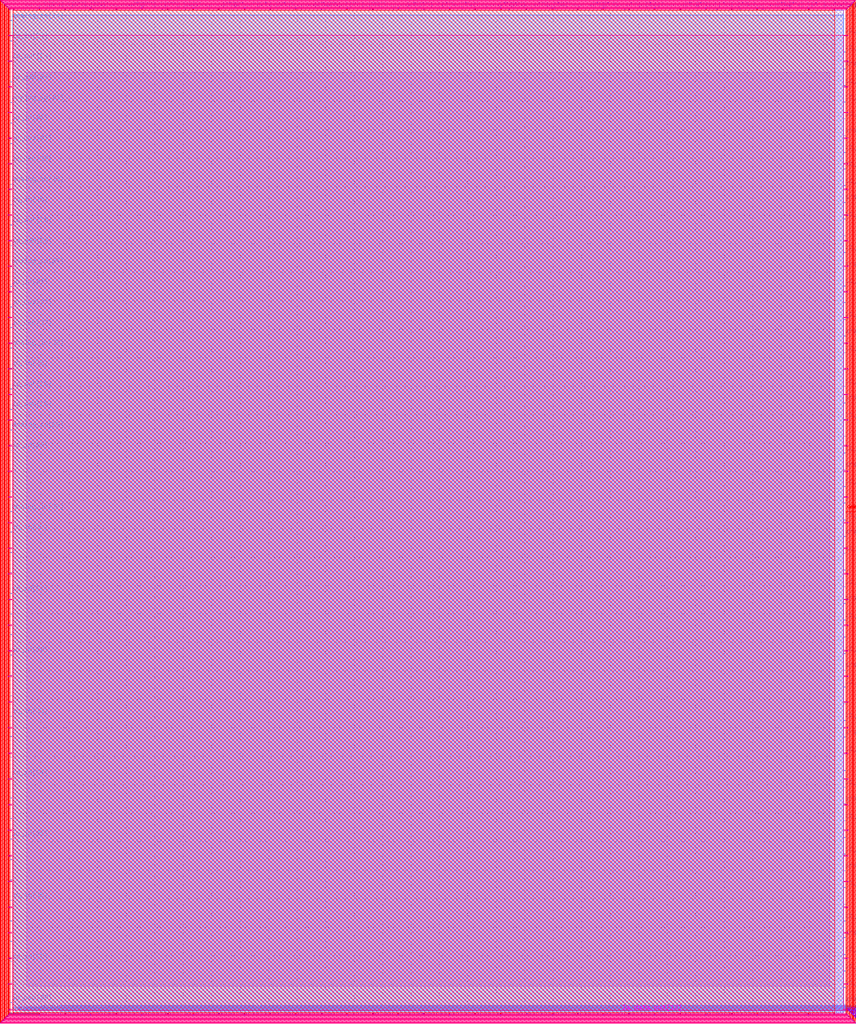
<source format=lef>
VERSION 5.7 ;
  NOWIREEXTENSIONATPIN ON ;
  DIVIDERCHAR "/" ;
  BUSBITCHARS "[]" ;
MACRO user_project_wrapper
  CLASS BLOCK ;
  FOREIGN user_project_wrapper ;
  ORIGIN 0.000 0.000 ;
  SIZE 2920.000 BY 3520.000 ;
  PIN io_out[12]
    DIRECTION OUTPUT TRISTATE ;
    PORT
      LAYER met3 ;
        RECT 2919.700 2961.820 2924.800 2963.020 ;
    END
  END io_out[12]
  PIN io_out[13]
    DIRECTION OUTPUT TRISTATE ;
    PORT
      LAYER met3 ;
        RECT 2919.700 3196.420 2924.800 3197.620 ;
    END
  END io_out[13]
  PIN io_out[14]
    DIRECTION OUTPUT TRISTATE ;
    PORT
      LAYER met3 ;
        RECT 2919.700 3431.020 2924.800 3432.220 ;
    END
  END io_out[14]
  PIN io_out[15]
    DIRECTION OUTPUT TRISTATE ;
    PORT
      LAYER met2 ;
        RECT 2717.170 3519.700 2717.730 3524.800 ;
    END
  END io_out[15]
  PIN io_out[16]
    DIRECTION OUTPUT TRISTATE ;
    PORT
      LAYER met2 ;
        RECT 2392.410 3519.700 2392.970 3524.800 ;
    END
  END io_out[16]
  PIN io_out[17]
    DIRECTION OUTPUT TRISTATE ;
    PORT
      LAYER met2 ;
        RECT 2068.110 3519.700 2068.670 3524.800 ;
    END
  END io_out[17]
  PIN io_out[18]
    DIRECTION OUTPUT TRISTATE ;
    PORT
      LAYER met2 ;
        RECT 1743.810 3519.700 1744.370 3524.800 ;
    END
  END io_out[18]
  PIN io_out[19]
    DIRECTION OUTPUT TRISTATE ;
    PORT
      LAYER met2 ;
        RECT 1419.050 3519.700 1419.610 3524.800 ;
    END
  END io_out[19]
  PIN io_out[20]
    DIRECTION OUTPUT TRISTATE ;
    PORT
      LAYER met2 ;
        RECT 1094.750 3519.700 1095.310 3524.800 ;
    END
  END io_out[20]
  PIN io_out[21]
    DIRECTION OUTPUT TRISTATE ;
    PORT
      LAYER met2 ;
        RECT 770.450 3519.700 771.010 3524.800 ;
    END
  END io_out[21]
  PIN io_out[22]
    DIRECTION OUTPUT TRISTATE ;
    PORT
      LAYER met2 ;
        RECT 445.690 3519.700 446.250 3524.800 ;
    END
  END io_out[22]
  PIN io_out[23]
    DIRECTION OUTPUT TRISTATE ;
    PORT
      LAYER met2 ;
        RECT 121.390 3519.700 121.950 3524.800 ;
    END
  END io_out[23]
  PIN io_out[24]
    DIRECTION OUTPUT TRISTATE ;
    PORT
      LAYER met3 ;
        RECT -4.800 3339.220 0.300 3340.420 ;
    END
  END io_out[24]
  PIN io_out[25]
    DIRECTION OUTPUT TRISTATE ;
    PORT
      LAYER met3 ;
        RECT -4.800 3051.580 0.300 3052.780 ;
    END
  END io_out[25]
  PIN io_out[26]
    DIRECTION OUTPUT TRISTATE ;
    PORT
      LAYER met3 ;
        RECT -4.800 2764.620 0.300 2765.820 ;
    END
  END io_out[26]
  PIN io_out[28]
    DIRECTION OUTPUT TRISTATE ;
    PORT
      LAYER met3 ;
        RECT -4.800 2189.340 0.300 2190.540 ;
    END
  END io_out[28]
  PIN io_oeb[28]
    DIRECTION OUTPUT TRISTATE ;
    PORT
      LAYER met3 ;
        RECT -4.800 2117.940 0.300 2119.140 ;
    END
  END io_oeb[28]
  PIN analog_io[0]
    DIRECTION INPUT ;
    PORT
      LAYER met3 ;
        RECT 2919.700 28.980 2924.800 30.180 ;
    END
  END analog_io[0]
  PIN analog_io[10]
    DIRECTION INPUT ;
    PORT
      LAYER met3 ;
        RECT 2919.700 2374.980 2924.800 2376.180 ;
    END
  END analog_io[10]
  PIN analog_io[11]
    DIRECTION INPUT ;
    PORT
      LAYER met3 ;
        RECT 2919.700 2609.580 2924.800 2610.780 ;
    END
  END analog_io[11]
  PIN analog_io[12]
    DIRECTION INPUT ;
    PORT
      LAYER met3 ;
        RECT 2919.700 2844.180 2924.800 2845.380 ;
    END
  END analog_io[12]
  PIN analog_io[13]
    DIRECTION INPUT ;
    PORT
      LAYER met3 ;
        RECT 2919.700 3078.780 2924.800 3079.980 ;
    END
  END analog_io[13]
  PIN analog_io[14]
    DIRECTION INPUT ;
    PORT
      LAYER met3 ;
        RECT 2919.700 3313.380 2924.800 3314.580 ;
    END
  END analog_io[14]
  PIN analog_io[15]
    DIRECTION INPUT ;
    PORT
      LAYER met2 ;
        RECT 2879.090 3519.700 2879.650 3524.800 ;
    END
  END analog_io[15]
  PIN analog_io[16]
    DIRECTION INPUT ;
    PORT
      LAYER met2 ;
        RECT 2554.790 3519.700 2555.350 3524.800 ;
    END
  END analog_io[16]
  PIN analog_io[17]
    DIRECTION INPUT ;
    PORT
      LAYER met2 ;
        RECT 2230.490 3519.700 2231.050 3524.800 ;
    END
  END analog_io[17]
  PIN analog_io[18]
    DIRECTION INPUT ;
    PORT
      LAYER met2 ;
        RECT 1905.730 3519.700 1906.290 3524.800 ;
    END
  END analog_io[18]
  PIN analog_io[19]
    DIRECTION INPUT ;
    PORT
      LAYER met2 ;
        RECT 1581.430 3519.700 1581.990 3524.800 ;
    END
  END analog_io[19]
  PIN analog_io[1]
    DIRECTION INPUT ;
    PORT
      LAYER met3 ;
        RECT 2919.700 263.580 2924.800 264.780 ;
    END
  END analog_io[1]
  PIN analog_io[20]
    DIRECTION INPUT ;
    PORT
      LAYER met2 ;
        RECT 1257.130 3519.700 1257.690 3524.800 ;
    END
  END analog_io[20]
  PIN analog_io[21]
    DIRECTION INPUT ;
    PORT
      LAYER met2 ;
        RECT 932.370 3519.700 932.930 3524.800 ;
    END
  END analog_io[21]
  PIN analog_io[22]
    DIRECTION INPUT ;
    PORT
      LAYER met2 ;
        RECT 608.070 3519.700 608.630 3524.800 ;
    END
  END analog_io[22]
  PIN analog_io[23]
    DIRECTION INPUT ;
    PORT
      LAYER met2 ;
        RECT 283.770 3519.700 284.330 3524.800 ;
    END
  END analog_io[23]
  PIN analog_io[24]
    DIRECTION INPUT ;
    PORT
      LAYER met3 ;
        RECT -4.800 3482.700 0.300 3483.900 ;
    END
  END analog_io[24]
  PIN analog_io[25]
    DIRECTION INPUT ;
    PORT
      LAYER met3 ;
        RECT -4.800 3195.060 0.300 3196.260 ;
    END
  END analog_io[25]
  PIN analog_io[26]
    DIRECTION INPUT ;
    PORT
      LAYER met3 ;
        RECT -4.800 2908.100 0.300 2909.300 ;
    END
  END analog_io[26]
  PIN analog_io[27]
    DIRECTION INPUT ;
    PORT
      LAYER met3 ;
        RECT -4.800 2620.460 0.300 2621.660 ;
    END
  END analog_io[27]
  PIN analog_io[28]
    DIRECTION INPUT ;
    PORT
      LAYER met3 ;
        RECT -4.800 2333.500 0.300 2334.700 ;
    END
  END analog_io[28]
  PIN analog_io[29]
    DIRECTION INPUT ;
    PORT
      LAYER met3 ;
        RECT -4.800 2045.860 0.300 2047.060 ;
    END
  END analog_io[29]
  PIN analog_io[2]
    DIRECTION INPUT ;
    PORT
      LAYER met3 ;
        RECT 2919.700 498.180 2924.800 499.380 ;
    END
  END analog_io[2]
  PIN analog_io[30]
    DIRECTION INPUT ;
    PORT
      LAYER met3 ;
        RECT -4.800 1758.900 0.300 1760.100 ;
    END
  END analog_io[30]
  PIN analog_io[3]
    DIRECTION INPUT ;
    PORT
      LAYER met3 ;
        RECT 2919.700 732.780 2924.800 733.980 ;
    END
  END analog_io[3]
  PIN analog_io[4]
    DIRECTION INPUT ;
    PORT
      LAYER met3 ;
        RECT 2919.700 967.380 2924.800 968.580 ;
    END
  END analog_io[4]
  PIN analog_io[5]
    DIRECTION INPUT ;
    PORT
      LAYER met3 ;
        RECT 2919.700 1201.980 2924.800 1203.180 ;
    END
  END analog_io[5]
  PIN analog_io[6]
    DIRECTION INPUT ;
    PORT
      LAYER met3 ;
        RECT 2919.700 1436.580 2924.800 1437.780 ;
    END
  END analog_io[6]
  PIN analog_io[7]
    DIRECTION INPUT ;
    PORT
      LAYER met3 ;
        RECT 2919.700 1671.180 2924.800 1672.380 ;
    END
  END analog_io[7]
  PIN analog_io[8]
    DIRECTION INPUT ;
    PORT
      LAYER met3 ;
        RECT 2919.700 1905.780 2924.800 1906.980 ;
    END
  END analog_io[8]
  PIN analog_io[9]
    DIRECTION INPUT ;
    PORT
      LAYER met3 ;
        RECT 2919.700 2140.380 2924.800 2141.580 ;
    END
  END analog_io[9]
  PIN io_out[27]
    DIRECTION OUTPUT TRISTATE ;
    PORT
      LAYER met3 ;
        RECT -4.800 2476.980 0.300 2478.180 ;
    END
  END io_out[27]
  PIN io_out[0]
    DIRECTION OUTPUT TRISTATE ;
    PORT
      LAYER met3 ;
        RECT 2919.700 2727.220 2924.800 2728.420 ;
        RECT 2919.700 2492.620 2924.800 2493.820 ;
        RECT 2919.700 2258.020 2924.800 2259.220 ;
        RECT 2919.700 2023.420 2924.800 2024.620 ;
        RECT 2919.700 1788.820 2924.800 1790.020 ;
        RECT 2919.700 1553.540 2924.800 1554.740 ;
        RECT 2919.700 1318.940 2924.800 1320.140 ;
        RECT 2919.700 1084.340 2924.800 1085.540 ;
        RECT 2919.700 849.740 2924.800 850.940 ;
        RECT 2919.700 615.140 2924.800 616.340 ;
        RECT 2919.700 380.540 2924.800 381.740 ;
        RECT 2919.700 145.940 2924.800 147.140 ;
    END
  END io_out[0]
  PIN io_oeb[29]
    DIRECTION OUTPUT TRISTATE ;
    PORT
      LAYER met3 ;
        RECT -4.800 1902.380 0.300 1903.580 ;
        RECT -4.800 1830.300 0.300 1831.500 ;
        RECT -4.800 1614.740 0.300 1615.940 ;
        RECT -4.800 1543.340 0.300 1544.540 ;
        RECT -4.800 1399.860 0.300 1401.060 ;
        RECT -4.800 1327.780 0.300 1328.980 ;
        RECT -4.800 1184.300 0.300 1185.500 ;
        RECT -4.800 1112.220 0.300 1113.420 ;
        RECT -4.800 968.740 0.300 969.940 ;
        RECT -4.800 896.660 0.300 897.860 ;
        RECT -4.800 753.180 0.300 754.380 ;
        RECT -4.800 681.100 0.300 682.300 ;
        RECT -4.800 537.620 0.300 538.820 ;
        RECT -4.800 465.540 0.300 466.740 ;
        RECT -4.800 322.060 0.300 323.260 ;
        RECT -4.800 249.980 0.300 251.180 ;
        RECT -4.800 106.500 0.300 107.700 ;
        RECT -4.800 35.100 0.300 36.300 ;
    END
  END io_oeb[29]
  PIN io_in[0]
    DIRECTION INPUT ;
    PORT
      LAYER met3 ;
        RECT 2919.700 87.460 2924.800 88.660 ;
    END
  END io_in[0]
  PIN io_in[10]
    DIRECTION INPUT ;
    PORT
      LAYER met3 ;
        RECT 2919.700 2433.460 2924.800 2434.660 ;
    END
  END io_in[10]
  PIN io_in[11]
    DIRECTION INPUT ;
    PORT
      LAYER met3 ;
        RECT 2919.700 2668.740 2924.800 2669.940 ;
    END
  END io_in[11]
  PIN io_in[12]
    DIRECTION INPUT ;
    PORT
      LAYER met3 ;
        RECT 2919.700 2903.340 2924.800 2904.540 ;
    END
  END io_in[12]
  PIN io_in[13]
    DIRECTION INPUT ;
    PORT
      LAYER met3 ;
        RECT 2919.700 3137.940 2924.800 3139.140 ;
    END
  END io_in[13]
  PIN io_in[14]
    DIRECTION INPUT ;
    PORT
      LAYER met3 ;
        RECT 2919.700 3372.540 2924.800 3373.740 ;
    END
  END io_in[14]
  PIN io_in[15]
    DIRECTION INPUT ;
    PORT
      LAYER met2 ;
        RECT 2798.130 3519.700 2798.690 3524.800 ;
    END
  END io_in[15]
  PIN io_in[16]
    DIRECTION INPUT ;
    PORT
      LAYER met2 ;
        RECT 2473.830 3519.700 2474.390 3524.800 ;
    END
  END io_in[16]
  PIN io_in[17]
    DIRECTION INPUT ;
    PORT
      LAYER met2 ;
        RECT 2149.070 3519.700 2149.630 3524.800 ;
    END
  END io_in[17]
  PIN io_in[18]
    DIRECTION INPUT ;
    PORT
      LAYER met2 ;
        RECT 1824.770 3519.700 1825.330 3524.800 ;
    END
  END io_in[18]
  PIN io_in[19]
    DIRECTION INPUT ;
    PORT
      LAYER met2 ;
        RECT 1500.470 3519.700 1501.030 3524.800 ;
    END
  END io_in[19]
  PIN io_in[1]
    DIRECTION INPUT ;
    PORT
      LAYER met3 ;
        RECT 2919.700 322.060 2924.800 323.260 ;
    END
  END io_in[1]
  PIN io_in[20]
    DIRECTION INPUT ;
    PORT
      LAYER met2 ;
        RECT 1175.710 3519.700 1176.270 3524.800 ;
    END
  END io_in[20]
  PIN io_in[21]
    DIRECTION INPUT ;
    PORT
      LAYER met2 ;
        RECT 851.410 3519.700 851.970 3524.800 ;
    END
  END io_in[21]
  PIN io_in[22]
    DIRECTION INPUT ;
    PORT
      LAYER met2 ;
        RECT 527.110 3519.700 527.670 3524.800 ;
    END
  END io_in[22]
  PIN io_in[23]
    DIRECTION INPUT ;
    PORT
      LAYER met2 ;
        RECT 202.350 3519.700 202.910 3524.800 ;
    END
  END io_in[23]
  PIN io_in[24]
    DIRECTION INPUT ;
    PORT
      LAYER met3 ;
        RECT -4.800 3410.620 0.300 3411.820 ;
    END
  END io_in[24]
  PIN io_in[25]
    DIRECTION INPUT ;
    PORT
      LAYER met3 ;
        RECT -4.800 3123.660 0.300 3124.860 ;
    END
  END io_in[25]
  PIN io_in[26]
    DIRECTION INPUT ;
    PORT
      LAYER met3 ;
        RECT -4.800 2836.020 0.300 2837.220 ;
    END
  END io_in[26]
  PIN io_in[27]
    DIRECTION INPUT ;
    PORT
      LAYER met3 ;
        RECT -4.800 2549.060 0.300 2550.260 ;
    END
  END io_in[27]
  PIN io_in[28]
    DIRECTION INPUT ;
    PORT
      LAYER met3 ;
        RECT -4.800 2261.420 0.300 2262.620 ;
    END
  END io_in[28]
  PIN io_in[29]
    DIRECTION INPUT ;
    PORT
      LAYER met3 ;
        RECT -4.800 1974.460 0.300 1975.660 ;
    END
  END io_in[29]
  PIN io_in[2]
    DIRECTION INPUT ;
    PORT
      LAYER met3 ;
        RECT 2919.700 556.660 2924.800 557.860 ;
    END
  END io_in[2]
  PIN io_in[30]
    DIRECTION INPUT ;
    PORT
      LAYER met3 ;
        RECT -4.800 1686.820 0.300 1688.020 ;
    END
  END io_in[30]
  PIN io_in[31]
    DIRECTION INPUT ;
    PORT
      LAYER met3 ;
        RECT -4.800 1471.260 0.300 1472.460 ;
    END
  END io_in[31]
  PIN io_in[32]
    DIRECTION INPUT ;
    PORT
      LAYER met3 ;
        RECT -4.800 1255.700 0.300 1256.900 ;
    END
  END io_in[32]
  PIN io_in[33]
    DIRECTION INPUT ;
    PORT
      LAYER met3 ;
        RECT -4.800 1040.140 0.300 1041.340 ;
    END
  END io_in[33]
  PIN io_in[34]
    DIRECTION INPUT ;
    PORT
      LAYER met3 ;
        RECT -4.800 824.580 0.300 825.780 ;
    END
  END io_in[34]
  PIN io_in[35]
    DIRECTION INPUT ;
    PORT
      LAYER met3 ;
        RECT -4.800 609.700 0.300 610.900 ;
    END
  END io_in[35]
  PIN io_in[36]
    DIRECTION INPUT ;
    PORT
      LAYER met3 ;
        RECT -4.800 394.140 0.300 395.340 ;
    END
  END io_in[36]
  PIN io_in[37]
    DIRECTION INPUT ;
    PORT
      LAYER met3 ;
        RECT -4.800 178.580 0.300 179.780 ;
    END
  END io_in[37]
  PIN io_in[3]
    DIRECTION INPUT ;
    PORT
      LAYER met3 ;
        RECT 2919.700 791.260 2924.800 792.460 ;
    END
  END io_in[3]
  PIN io_in[4]
    DIRECTION INPUT ;
    PORT
      LAYER met3 ;
        RECT 2919.700 1025.860 2924.800 1027.060 ;
    END
  END io_in[4]
  PIN io_in[5]
    DIRECTION INPUT ;
    PORT
      LAYER met3 ;
        RECT 2919.700 1260.460 2924.800 1261.660 ;
    END
  END io_in[5]
  PIN io_in[6]
    DIRECTION INPUT ;
    PORT
      LAYER met3 ;
        RECT 2919.700 1495.060 2924.800 1496.260 ;
    END
  END io_in[6]
  PIN io_in[7]
    DIRECTION INPUT ;
    PORT
      LAYER met3 ;
        RECT 2919.700 1729.660 2924.800 1730.860 ;
    END
  END io_in[7]
  PIN io_in[8]
    DIRECTION INPUT ;
    PORT
      LAYER met3 ;
        RECT 2919.700 1964.260 2924.800 1965.460 ;
    END
  END io_in[8]
  PIN io_in[9]
    DIRECTION INPUT ;
    PORT
      LAYER met3 ;
        RECT 2919.700 2198.860 2924.800 2200.060 ;
    END
  END io_in[9]
  PIN io_oeb[0]
    DIRECTION OUTPUT TRISTATE ;
    PORT
      LAYER met3 ;
        RECT 2919.700 204.420 2924.800 205.620 ;
    END
  END io_oeb[0]
  PIN io_oeb[10]
    DIRECTION OUTPUT TRISTATE ;
    PORT
      LAYER met3 ;
        RECT 2919.700 2551.100 2924.800 2552.300 ;
    END
  END io_oeb[10]
  PIN io_oeb[11]
    DIRECTION OUTPUT TRISTATE ;
    PORT
      LAYER met3 ;
        RECT 2919.700 2785.700 2924.800 2786.900 ;
    END
  END io_oeb[11]
  PIN io_oeb[12]
    DIRECTION OUTPUT TRISTATE ;
    PORT
      LAYER met3 ;
        RECT 2919.700 3020.300 2924.800 3021.500 ;
    END
  END io_oeb[12]
  PIN io_oeb[13]
    DIRECTION OUTPUT TRISTATE ;
    PORT
      LAYER met3 ;
        RECT 2919.700 3254.900 2924.800 3256.100 ;
    END
  END io_oeb[13]
  PIN io_oeb[14]
    DIRECTION OUTPUT TRISTATE ;
    PORT
      LAYER met3 ;
        RECT 2919.700 3489.500 2924.800 3490.700 ;
    END
  END io_oeb[14]
  PIN io_oeb[15]
    DIRECTION OUTPUT TRISTATE ;
    PORT
      LAYER met2 ;
        RECT 2635.750 3519.700 2636.310 3524.800 ;
    END
  END io_oeb[15]
  PIN io_oeb[16]
    DIRECTION OUTPUT TRISTATE ;
    PORT
      LAYER met2 ;
        RECT 2311.450 3519.700 2312.010 3524.800 ;
    END
  END io_oeb[16]
  PIN io_oeb[17]
    DIRECTION OUTPUT TRISTATE ;
    PORT
      LAYER met2 ;
        RECT 1987.150 3519.700 1987.710 3524.800 ;
    END
  END io_oeb[17]
  PIN io_oeb[18]
    DIRECTION OUTPUT TRISTATE ;
    PORT
      LAYER met2 ;
        RECT 1662.390 3519.700 1662.950 3524.800 ;
    END
  END io_oeb[18]
  PIN io_oeb[19]
    DIRECTION OUTPUT TRISTATE ;
    PORT
      LAYER met2 ;
        RECT 1338.090 3519.700 1338.650 3524.800 ;
    END
  END io_oeb[19]
  PIN io_oeb[1]
    DIRECTION OUTPUT TRISTATE ;
    PORT
      LAYER met3 ;
        RECT 2919.700 439.020 2924.800 440.220 ;
    END
  END io_oeb[1]
  PIN io_oeb[20]
    DIRECTION OUTPUT TRISTATE ;
    PORT
      LAYER met2 ;
        RECT 1013.790 3519.700 1014.350 3524.800 ;
    END
  END io_oeb[20]
  PIN io_oeb[21]
    DIRECTION OUTPUT TRISTATE ;
    PORT
      LAYER met2 ;
        RECT 689.030 3519.700 689.590 3524.800 ;
    END
  END io_oeb[21]
  PIN io_oeb[22]
    DIRECTION OUTPUT TRISTATE ;
    PORT
      LAYER met2 ;
        RECT 364.730 3519.700 365.290 3524.800 ;
    END
  END io_oeb[22]
  PIN io_oeb[23]
    DIRECTION OUTPUT TRISTATE ;
    PORT
      LAYER met2 ;
        RECT 40.430 3519.700 40.990 3524.800 ;
    END
  END io_oeb[23]
  PIN io_oeb[24]
    DIRECTION OUTPUT TRISTATE ;
    PORT
      LAYER met3 ;
        RECT -4.800 3267.140 0.300 3268.340 ;
    END
  END io_oeb[24]
  PIN io_oeb[25]
    DIRECTION OUTPUT TRISTATE ;
    PORT
      LAYER met3 ;
        RECT -4.800 2979.500 0.300 2980.700 ;
    END
  END io_oeb[25]
  PIN io_oeb[26]
    DIRECTION OUTPUT TRISTATE ;
    PORT
      LAYER met3 ;
        RECT -4.800 2692.540 0.300 2693.740 ;
    END
  END io_oeb[26]
  PIN io_oeb[27]
    DIRECTION OUTPUT TRISTATE ;
    PORT
      LAYER met3 ;
        RECT -4.800 2404.900 0.300 2406.100 ;
    END
  END io_oeb[27]
  PIN io_oeb[2]
    DIRECTION OUTPUT TRISTATE ;
    PORT
      LAYER met3 ;
        RECT 2919.700 673.620 2924.800 674.820 ;
    END
  END io_oeb[2]
  PIN io_oeb[3]
    DIRECTION OUTPUT TRISTATE ;
    PORT
      LAYER met3 ;
        RECT 2919.700 908.900 2924.800 910.100 ;
    END
  END io_oeb[3]
  PIN io_oeb[4]
    DIRECTION OUTPUT TRISTATE ;
    PORT
      LAYER met3 ;
        RECT 2919.700 1143.500 2924.800 1144.700 ;
    END
  END io_oeb[4]
  PIN io_oeb[5]
    DIRECTION OUTPUT TRISTATE ;
    PORT
      LAYER met3 ;
        RECT 2919.700 1378.100 2924.800 1379.300 ;
    END
  END io_oeb[5]
  PIN io_oeb[6]
    DIRECTION OUTPUT TRISTATE ;
    PORT
      LAYER met3 ;
        RECT 2919.700 1612.700 2924.800 1613.900 ;
    END
  END io_oeb[6]
  PIN io_oeb[7]
    DIRECTION OUTPUT TRISTATE ;
    PORT
      LAYER met3 ;
        RECT 2919.700 1847.300 2924.800 1848.500 ;
    END
  END io_oeb[7]
  PIN io_oeb[8]
    DIRECTION OUTPUT TRISTATE ;
    PORT
      LAYER met3 ;
        RECT 2919.700 2081.900 2924.800 2083.100 ;
    END
  END io_oeb[8]
  PIN io_oeb[9]
    DIRECTION OUTPUT TRISTATE ;
    PORT
      LAYER met3 ;
        RECT 2919.700 2316.500 2924.800 2317.700 ;
    END
  END io_oeb[9]
  PIN la_data_in[0]
    DIRECTION INPUT ;
    PORT
      LAYER met2 ;
        RECT 632.910 -4.800 633.470 0.300 ;
    END
  END la_data_in[0]
  PIN la_data_in[100]
    DIRECTION INPUT ;
    PORT
      LAYER met2 ;
        RECT 2417.250 -4.800 2417.810 0.300 ;
    END
  END la_data_in[100]
  PIN la_data_in[101]
    DIRECTION INPUT ;
    PORT
      LAYER met2 ;
        RECT 2434.730 -4.800 2435.290 0.300 ;
    END
  END la_data_in[101]
  PIN la_data_in[102]
    DIRECTION INPUT ;
    PORT
      LAYER met2 ;
        RECT 2452.670 -4.800 2453.230 0.300 ;
    END
  END la_data_in[102]
  PIN la_data_in[103]
    DIRECTION INPUT ;
    PORT
      LAYER met2 ;
        RECT 2470.610 -4.800 2471.170 0.300 ;
    END
  END la_data_in[103]
  PIN la_data_in[104]
    DIRECTION INPUT ;
    PORT
      LAYER met2 ;
        RECT 2488.550 -4.800 2489.110 0.300 ;
    END
  END la_data_in[104]
  PIN la_data_in[105]
    DIRECTION INPUT ;
    PORT
      LAYER met2 ;
        RECT 2506.030 -4.800 2506.590 0.300 ;
    END
  END la_data_in[105]
  PIN la_data_in[106]
    DIRECTION INPUT ;
    PORT
      LAYER met2 ;
        RECT 2523.970 -4.800 2524.530 0.300 ;
    END
  END la_data_in[106]
  PIN la_data_in[107]
    DIRECTION INPUT ;
    PORT
      LAYER met2 ;
        RECT 2541.910 -4.800 2542.470 0.300 ;
    END
  END la_data_in[107]
  PIN la_data_in[108]
    DIRECTION INPUT ;
    PORT
      LAYER met2 ;
        RECT 2559.850 -4.800 2560.410 0.300 ;
    END
  END la_data_in[108]
  PIN la_data_in[109]
    DIRECTION INPUT ;
    PORT
      LAYER met2 ;
        RECT 2577.790 -4.800 2578.350 0.300 ;
    END
  END la_data_in[109]
  PIN la_data_in[10]
    DIRECTION INPUT ;
    PORT
      LAYER met2 ;
        RECT 811.390 -4.800 811.950 0.300 ;
    END
  END la_data_in[10]
  PIN la_data_in[110]
    DIRECTION INPUT ;
    PORT
      LAYER met2 ;
        RECT 2595.270 -4.800 2595.830 0.300 ;
    END
  END la_data_in[110]
  PIN la_data_in[111]
    DIRECTION INPUT ;
    PORT
      LAYER met2 ;
        RECT 2613.210 -4.800 2613.770 0.300 ;
    END
  END la_data_in[111]
  PIN la_data_in[112]
    DIRECTION INPUT ;
    PORT
      LAYER met2 ;
        RECT 2631.150 -4.800 2631.710 0.300 ;
    END
  END la_data_in[112]
  PIN la_data_in[113]
    DIRECTION INPUT ;
    PORT
      LAYER met2 ;
        RECT 2649.090 -4.800 2649.650 0.300 ;
    END
  END la_data_in[113]
  PIN la_data_in[114]
    DIRECTION INPUT ;
    PORT
      LAYER met2 ;
        RECT 2667.030 -4.800 2667.590 0.300 ;
    END
  END la_data_in[114]
  PIN la_data_in[115]
    DIRECTION INPUT ;
    PORT
      LAYER met2 ;
        RECT 2684.510 -4.800 2685.070 0.300 ;
    END
  END la_data_in[115]
  PIN la_data_in[116]
    DIRECTION INPUT ;
    PORT
      LAYER met2 ;
        RECT 2702.450 -4.800 2703.010 0.300 ;
    END
  END la_data_in[116]
  PIN la_data_in[117]
    DIRECTION INPUT ;
    PORT
      LAYER met2 ;
        RECT 2720.390 -4.800 2720.950 0.300 ;
    END
  END la_data_in[117]
  PIN la_data_in[118]
    DIRECTION INPUT ;
    PORT
      LAYER met2 ;
        RECT 2738.330 -4.800 2738.890 0.300 ;
    END
  END la_data_in[118]
  PIN la_data_in[119]
    DIRECTION INPUT ;
    PORT
      LAYER met2 ;
        RECT 2755.810 -4.800 2756.370 0.300 ;
    END
  END la_data_in[119]
  PIN la_data_in[11]
    DIRECTION INPUT ;
    PORT
      LAYER met2 ;
        RECT 829.330 -4.800 829.890 0.300 ;
    END
  END la_data_in[11]
  PIN la_data_in[120]
    DIRECTION INPUT ;
    PORT
      LAYER met2 ;
        RECT 2773.750 -4.800 2774.310 0.300 ;
    END
  END la_data_in[120]
  PIN la_data_in[121]
    DIRECTION INPUT ;
    PORT
      LAYER met2 ;
        RECT 2791.690 -4.800 2792.250 0.300 ;
    END
  END la_data_in[121]
  PIN la_data_in[122]
    DIRECTION INPUT ;
    PORT
      LAYER met2 ;
        RECT 2809.630 -4.800 2810.190 0.300 ;
    END
  END la_data_in[122]
  PIN la_data_in[123]
    DIRECTION INPUT ;
    PORT
      LAYER met2 ;
        RECT 2827.570 -4.800 2828.130 0.300 ;
    END
  END la_data_in[123]
  PIN la_data_in[124]
    DIRECTION INPUT ;
    PORT
      LAYER met2 ;
        RECT 2845.050 -4.800 2845.610 0.300 ;
    END
  END la_data_in[124]
  PIN la_data_in[125]
    DIRECTION INPUT ;
    PORT
      LAYER met2 ;
        RECT 2862.990 -4.800 2863.550 0.300 ;
    END
  END la_data_in[125]
  PIN la_data_in[126]
    DIRECTION INPUT ;
    PORT
      LAYER met2 ;
        RECT 2880.930 -4.800 2881.490 0.300 ;
    END
  END la_data_in[126]
  PIN la_data_in[127]
    DIRECTION INPUT ;
    PORT
      LAYER met2 ;
        RECT 2898.870 -4.800 2899.430 0.300 ;
    END
  END la_data_in[127]
  PIN la_data_in[12]
    DIRECTION INPUT ;
    PORT
      LAYER met2 ;
        RECT 846.810 -4.800 847.370 0.300 ;
    END
  END la_data_in[12]
  PIN la_data_in[13]
    DIRECTION INPUT ;
    PORT
      LAYER met2 ;
        RECT 864.750 -4.800 865.310 0.300 ;
    END
  END la_data_in[13]
  PIN la_data_in[14]
    DIRECTION INPUT ;
    PORT
      LAYER met2 ;
        RECT 882.690 -4.800 883.250 0.300 ;
    END
  END la_data_in[14]
  PIN la_data_in[15]
    DIRECTION INPUT ;
    PORT
      LAYER met2 ;
        RECT 900.630 -4.800 901.190 0.300 ;
    END
  END la_data_in[15]
  PIN la_data_in[16]
    DIRECTION INPUT ;
    PORT
      LAYER met2 ;
        RECT 918.570 -4.800 919.130 0.300 ;
    END
  END la_data_in[16]
  PIN la_data_in[17]
    DIRECTION INPUT ;
    PORT
      LAYER met2 ;
        RECT 936.050 -4.800 936.610 0.300 ;
    END
  END la_data_in[17]
  PIN la_data_in[18]
    DIRECTION INPUT ;
    PORT
      LAYER met2 ;
        RECT 953.990 -4.800 954.550 0.300 ;
    END
  END la_data_in[18]
  PIN la_data_in[19]
    DIRECTION INPUT ;
    PORT
      LAYER met2 ;
        RECT 971.930 -4.800 972.490 0.300 ;
    END
  END la_data_in[19]
  PIN la_data_in[1]
    DIRECTION INPUT ;
    PORT
      LAYER met2 ;
        RECT 650.850 -4.800 651.410 0.300 ;
    END
  END la_data_in[1]
  PIN la_data_in[20]
    DIRECTION INPUT ;
    PORT
      LAYER met2 ;
        RECT 989.870 -4.800 990.430 0.300 ;
    END
  END la_data_in[20]
  PIN la_data_in[21]
    DIRECTION INPUT ;
    PORT
      LAYER met2 ;
        RECT 1007.350 -4.800 1007.910 0.300 ;
    END
  END la_data_in[21]
  PIN la_data_in[22]
    DIRECTION INPUT ;
    PORT
      LAYER met2 ;
        RECT 1025.290 -4.800 1025.850 0.300 ;
    END
  END la_data_in[22]
  PIN la_data_in[23]
    DIRECTION INPUT ;
    PORT
      LAYER met2 ;
        RECT 1043.230 -4.800 1043.790 0.300 ;
    END
  END la_data_in[23]
  PIN la_data_in[24]
    DIRECTION INPUT ;
    PORT
      LAYER met2 ;
        RECT 1061.170 -4.800 1061.730 0.300 ;
    END
  END la_data_in[24]
  PIN la_data_in[25]
    DIRECTION INPUT ;
    PORT
      LAYER met2 ;
        RECT 1079.110 -4.800 1079.670 0.300 ;
    END
  END la_data_in[25]
  PIN la_data_in[26]
    DIRECTION INPUT ;
    PORT
      LAYER met2 ;
        RECT 1096.590 -4.800 1097.150 0.300 ;
    END
  END la_data_in[26]
  PIN la_data_in[27]
    DIRECTION INPUT ;
    PORT
      LAYER met2 ;
        RECT 1114.530 -4.800 1115.090 0.300 ;
    END
  END la_data_in[27]
  PIN la_data_in[28]
    DIRECTION INPUT ;
    PORT
      LAYER met2 ;
        RECT 1132.470 -4.800 1133.030 0.300 ;
    END
  END la_data_in[28]
  PIN la_data_in[29]
    DIRECTION INPUT ;
    PORT
      LAYER met2 ;
        RECT 1150.410 -4.800 1150.970 0.300 ;
    END
  END la_data_in[29]
  PIN la_data_in[2]
    DIRECTION INPUT ;
    PORT
      LAYER met2 ;
        RECT 668.790 -4.800 669.350 0.300 ;
    END
  END la_data_in[2]
  PIN la_data_in[30]
    DIRECTION INPUT ;
    PORT
      LAYER met2 ;
        RECT 1168.350 -4.800 1168.910 0.300 ;
    END
  END la_data_in[30]
  PIN la_data_in[31]
    DIRECTION INPUT ;
    PORT
      LAYER met2 ;
        RECT 1185.830 -4.800 1186.390 0.300 ;
    END
  END la_data_in[31]
  PIN la_data_in[32]
    DIRECTION INPUT ;
    PORT
      LAYER met2 ;
        RECT 1203.770 -4.800 1204.330 0.300 ;
    END
  END la_data_in[32]
  PIN la_data_in[33]
    DIRECTION INPUT ;
    PORT
      LAYER met2 ;
        RECT 1221.710 -4.800 1222.270 0.300 ;
    END
  END la_data_in[33]
  PIN la_data_in[34]
    DIRECTION INPUT ;
    PORT
      LAYER met2 ;
        RECT 1239.650 -4.800 1240.210 0.300 ;
    END
  END la_data_in[34]
  PIN la_data_in[35]
    DIRECTION INPUT ;
    PORT
      LAYER met2 ;
        RECT 1257.130 -4.800 1257.690 0.300 ;
    END
  END la_data_in[35]
  PIN la_data_in[36]
    DIRECTION INPUT ;
    PORT
      LAYER met2 ;
        RECT 1275.070 -4.800 1275.630 0.300 ;
    END
  END la_data_in[36]
  PIN la_data_in[37]
    DIRECTION INPUT ;
    PORT
      LAYER met2 ;
        RECT 1293.010 -4.800 1293.570 0.300 ;
    END
  END la_data_in[37]
  PIN la_data_in[38]
    DIRECTION INPUT ;
    PORT
      LAYER met2 ;
        RECT 1310.950 -4.800 1311.510 0.300 ;
    END
  END la_data_in[38]
  PIN la_data_in[39]
    DIRECTION INPUT ;
    PORT
      LAYER met2 ;
        RECT 1328.890 -4.800 1329.450 0.300 ;
    END
  END la_data_in[39]
  PIN la_data_in[3]
    DIRECTION INPUT ;
    PORT
      LAYER met2 ;
        RECT 686.270 -4.800 686.830 0.300 ;
    END
  END la_data_in[3]
  PIN la_data_in[40]
    DIRECTION INPUT ;
    PORT
      LAYER met2 ;
        RECT 1346.370 -4.800 1346.930 0.300 ;
    END
  END la_data_in[40]
  PIN la_data_in[41]
    DIRECTION INPUT ;
    PORT
      LAYER met2 ;
        RECT 1364.310 -4.800 1364.870 0.300 ;
    END
  END la_data_in[41]
  PIN la_data_in[42]
    DIRECTION INPUT ;
    PORT
      LAYER met2 ;
        RECT 1382.250 -4.800 1382.810 0.300 ;
    END
  END la_data_in[42]
  PIN la_data_in[43]
    DIRECTION INPUT ;
    PORT
      LAYER met2 ;
        RECT 1400.190 -4.800 1400.750 0.300 ;
    END
  END la_data_in[43]
  PIN la_data_in[44]
    DIRECTION INPUT ;
    PORT
      LAYER met2 ;
        RECT 1418.130 -4.800 1418.690 0.300 ;
    END
  END la_data_in[44]
  PIN la_data_in[45]
    DIRECTION INPUT ;
    PORT
      LAYER met2 ;
        RECT 1435.610 -4.800 1436.170 0.300 ;
    END
  END la_data_in[45]
  PIN la_data_in[46]
    DIRECTION INPUT ;
    PORT
      LAYER met2 ;
        RECT 1453.550 -4.800 1454.110 0.300 ;
    END
  END la_data_in[46]
  PIN la_data_in[47]
    DIRECTION INPUT ;
    PORT
      LAYER met2 ;
        RECT 1471.490 -4.800 1472.050 0.300 ;
    END
  END la_data_in[47]
  PIN la_data_in[48]
    DIRECTION INPUT ;
    PORT
      LAYER met2 ;
        RECT 1489.430 -4.800 1489.990 0.300 ;
    END
  END la_data_in[48]
  PIN la_data_in[49]
    DIRECTION INPUT ;
    PORT
      LAYER met2 ;
        RECT 1506.910 -4.800 1507.470 0.300 ;
    END
  END la_data_in[49]
  PIN la_data_in[4]
    DIRECTION INPUT ;
    PORT
      LAYER met2 ;
        RECT 704.210 -4.800 704.770 0.300 ;
    END
  END la_data_in[4]
  PIN la_data_in[50]
    DIRECTION INPUT ;
    PORT
      LAYER met2 ;
        RECT 1524.850 -4.800 1525.410 0.300 ;
    END
  END la_data_in[50]
  PIN la_data_in[51]
    DIRECTION INPUT ;
    PORT
      LAYER met2 ;
        RECT 1542.790 -4.800 1543.350 0.300 ;
    END
  END la_data_in[51]
  PIN la_data_in[52]
    DIRECTION INPUT ;
    PORT
      LAYER met2 ;
        RECT 1560.730 -4.800 1561.290 0.300 ;
    END
  END la_data_in[52]
  PIN la_data_in[53]
    DIRECTION INPUT ;
    PORT
      LAYER met2 ;
        RECT 1578.670 -4.800 1579.230 0.300 ;
    END
  END la_data_in[53]
  PIN la_data_in[54]
    DIRECTION INPUT ;
    PORT
      LAYER met2 ;
        RECT 1596.150 -4.800 1596.710 0.300 ;
    END
  END la_data_in[54]
  PIN la_data_in[55]
    DIRECTION INPUT ;
    PORT
      LAYER met2 ;
        RECT 1614.090 -4.800 1614.650 0.300 ;
    END
  END la_data_in[55]
  PIN la_data_in[56]
    DIRECTION INPUT ;
    PORT
      LAYER met2 ;
        RECT 1632.030 -4.800 1632.590 0.300 ;
    END
  END la_data_in[56]
  PIN la_data_in[57]
    DIRECTION INPUT ;
    PORT
      LAYER met2 ;
        RECT 1649.970 -4.800 1650.530 0.300 ;
    END
  END la_data_in[57]
  PIN la_data_in[58]
    DIRECTION INPUT ;
    PORT
      LAYER met2 ;
        RECT 1667.910 -4.800 1668.470 0.300 ;
    END
  END la_data_in[58]
  PIN la_data_in[59]
    DIRECTION INPUT ;
    PORT
      LAYER met2 ;
        RECT 1685.390 -4.800 1685.950 0.300 ;
    END
  END la_data_in[59]
  PIN la_data_in[5]
    DIRECTION INPUT ;
    PORT
      LAYER met2 ;
        RECT 722.150 -4.800 722.710 0.300 ;
    END
  END la_data_in[5]
  PIN la_data_in[60]
    DIRECTION INPUT ;
    PORT
      LAYER met2 ;
        RECT 1703.330 -4.800 1703.890 0.300 ;
    END
  END la_data_in[60]
  PIN la_data_in[61]
    DIRECTION INPUT ;
    PORT
      LAYER met2 ;
        RECT 1721.270 -4.800 1721.830 0.300 ;
    END
  END la_data_in[61]
  PIN la_data_in[62]
    DIRECTION INPUT ;
    PORT
      LAYER met2 ;
        RECT 1739.210 -4.800 1739.770 0.300 ;
    END
  END la_data_in[62]
  PIN la_data_in[63]
    DIRECTION INPUT ;
    PORT
      LAYER met2 ;
        RECT 1756.690 -4.800 1757.250 0.300 ;
    END
  END la_data_in[63]
  PIN la_data_in[64]
    DIRECTION INPUT ;
    PORT
      LAYER met2 ;
        RECT 1774.630 -4.800 1775.190 0.300 ;
    END
  END la_data_in[64]
  PIN la_data_in[65]
    DIRECTION INPUT ;
    PORT
      LAYER met2 ;
        RECT 1792.570 -4.800 1793.130 0.300 ;
    END
  END la_data_in[65]
  PIN la_data_in[66]
    DIRECTION INPUT ;
    PORT
      LAYER met2 ;
        RECT 1810.510 -4.800 1811.070 0.300 ;
    END
  END la_data_in[66]
  PIN la_data_in[67]
    DIRECTION INPUT ;
    PORT
      LAYER met2 ;
        RECT 1828.450 -4.800 1829.010 0.300 ;
    END
  END la_data_in[67]
  PIN la_data_in[68]
    DIRECTION INPUT ;
    PORT
      LAYER met2 ;
        RECT 1845.930 -4.800 1846.490 0.300 ;
    END
  END la_data_in[68]
  PIN la_data_in[69]
    DIRECTION INPUT ;
    PORT
      LAYER met2 ;
        RECT 1863.870 -4.800 1864.430 0.300 ;
    END
  END la_data_in[69]
  PIN la_data_in[6]
    DIRECTION INPUT ;
    PORT
      LAYER met2 ;
        RECT 740.090 -4.800 740.650 0.300 ;
    END
  END la_data_in[6]
  PIN la_data_in[70]
    DIRECTION INPUT ;
    PORT
      LAYER met2 ;
        RECT 1881.810 -4.800 1882.370 0.300 ;
    END
  END la_data_in[70]
  PIN la_data_in[71]
    DIRECTION INPUT ;
    PORT
      LAYER met2 ;
        RECT 1899.750 -4.800 1900.310 0.300 ;
    END
  END la_data_in[71]
  PIN la_data_in[72]
    DIRECTION INPUT ;
    PORT
      LAYER met2 ;
        RECT 1917.690 -4.800 1918.250 0.300 ;
    END
  END la_data_in[72]
  PIN la_data_in[73]
    DIRECTION INPUT ;
    PORT
      LAYER met2 ;
        RECT 1935.170 -4.800 1935.730 0.300 ;
    END
  END la_data_in[73]
  PIN la_data_in[74]
    DIRECTION INPUT ;
    PORT
      LAYER met2 ;
        RECT 1953.110 -4.800 1953.670 0.300 ;
    END
  END la_data_in[74]
  PIN la_data_in[75]
    DIRECTION INPUT ;
    PORT
      LAYER met2 ;
        RECT 1971.050 -4.800 1971.610 0.300 ;
    END
  END la_data_in[75]
  PIN la_data_in[76]
    DIRECTION INPUT ;
    PORT
      LAYER met2 ;
        RECT 1988.990 -4.800 1989.550 0.300 ;
    END
  END la_data_in[76]
  PIN la_data_in[77]
    DIRECTION INPUT ;
    PORT
      LAYER met2 ;
        RECT 2006.470 -4.800 2007.030 0.300 ;
    END
  END la_data_in[77]
  PIN la_data_in[78]
    DIRECTION INPUT ;
    PORT
      LAYER met2 ;
        RECT 2024.410 -4.800 2024.970 0.300 ;
    END
  END la_data_in[78]
  PIN la_data_in[79]
    DIRECTION INPUT ;
    PORT
      LAYER met2 ;
        RECT 2042.350 -4.800 2042.910 0.300 ;
    END
  END la_data_in[79]
  PIN la_data_in[7]
    DIRECTION INPUT ;
    PORT
      LAYER met2 ;
        RECT 757.570 -4.800 758.130 0.300 ;
    END
  END la_data_in[7]
  PIN la_data_in[80]
    DIRECTION INPUT ;
    PORT
      LAYER met2 ;
        RECT 2060.290 -4.800 2060.850 0.300 ;
    END
  END la_data_in[80]
  PIN la_data_in[81]
    DIRECTION INPUT ;
    PORT
      LAYER met2 ;
        RECT 2078.230 -4.800 2078.790 0.300 ;
    END
  END la_data_in[81]
  PIN la_data_in[82]
    DIRECTION INPUT ;
    PORT
      LAYER met2 ;
        RECT 2095.710 -4.800 2096.270 0.300 ;
    END
  END la_data_in[82]
  PIN la_data_in[83]
    DIRECTION INPUT ;
    PORT
      LAYER met2 ;
        RECT 2113.650 -4.800 2114.210 0.300 ;
    END
  END la_data_in[83]
  PIN la_data_in[84]
    DIRECTION INPUT ;
    PORT
      LAYER met2 ;
        RECT 2131.590 -4.800 2132.150 0.300 ;
    END
  END la_data_in[84]
  PIN la_data_in[85]
    DIRECTION INPUT ;
    PORT
      LAYER met2 ;
        RECT 2149.530 -4.800 2150.090 0.300 ;
    END
  END la_data_in[85]
  PIN la_data_in[86]
    DIRECTION INPUT ;
    PORT
      LAYER met2 ;
        RECT 2167.470 -4.800 2168.030 0.300 ;
    END
  END la_data_in[86]
  PIN la_data_in[87]
    DIRECTION INPUT ;
    PORT
      LAYER met2 ;
        RECT 2184.950 -4.800 2185.510 0.300 ;
    END
  END la_data_in[87]
  PIN la_data_in[88]
    DIRECTION INPUT ;
    PORT
      LAYER met2 ;
        RECT 2202.890 -4.800 2203.450 0.300 ;
    END
  END la_data_in[88]
  PIN la_data_in[89]
    DIRECTION INPUT ;
    PORT
      LAYER met2 ;
        RECT 2220.830 -4.800 2221.390 0.300 ;
    END
  END la_data_in[89]
  PIN la_data_in[8]
    DIRECTION INPUT ;
    PORT
      LAYER met2 ;
        RECT 775.510 -4.800 776.070 0.300 ;
    END
  END la_data_in[8]
  PIN la_data_in[90]
    DIRECTION INPUT ;
    PORT
      LAYER met2 ;
        RECT 2238.770 -4.800 2239.330 0.300 ;
    END
  END la_data_in[90]
  PIN la_data_in[91]
    DIRECTION INPUT ;
    PORT
      LAYER met2 ;
        RECT 2256.250 -4.800 2256.810 0.300 ;
    END
  END la_data_in[91]
  PIN la_data_in[92]
    DIRECTION INPUT ;
    PORT
      LAYER met2 ;
        RECT 2274.190 -4.800 2274.750 0.300 ;
    END
  END la_data_in[92]
  PIN la_data_in[93]
    DIRECTION INPUT ;
    PORT
      LAYER met2 ;
        RECT 2292.130 -4.800 2292.690 0.300 ;
    END
  END la_data_in[93]
  PIN la_data_in[94]
    DIRECTION INPUT ;
    PORT
      LAYER met2 ;
        RECT 2310.070 -4.800 2310.630 0.300 ;
    END
  END la_data_in[94]
  PIN la_data_in[95]
    DIRECTION INPUT ;
    PORT
      LAYER met2 ;
        RECT 2328.010 -4.800 2328.570 0.300 ;
    END
  END la_data_in[95]
  PIN la_data_in[96]
    DIRECTION INPUT ;
    PORT
      LAYER met2 ;
        RECT 2345.490 -4.800 2346.050 0.300 ;
    END
  END la_data_in[96]
  PIN la_data_in[97]
    DIRECTION INPUT ;
    PORT
      LAYER met2 ;
        RECT 2363.430 -4.800 2363.990 0.300 ;
    END
  END la_data_in[97]
  PIN la_data_in[98]
    DIRECTION INPUT ;
    PORT
      LAYER met2 ;
        RECT 2381.370 -4.800 2381.930 0.300 ;
    END
  END la_data_in[98]
  PIN la_data_in[99]
    DIRECTION INPUT ;
    PORT
      LAYER met2 ;
        RECT 2399.310 -4.800 2399.870 0.300 ;
    END
  END la_data_in[99]
  PIN la_data_in[9]
    DIRECTION INPUT ;
    PORT
      LAYER met2 ;
        RECT 793.450 -4.800 794.010 0.300 ;
    END
  END la_data_in[9]
  PIN la_data_out[0]
    DIRECTION OUTPUT TRISTATE ;
    PORT
      LAYER met2 ;
        RECT 638.890 -4.800 639.450 0.300 ;
    END
  END la_data_out[0]
  PIN la_data_out[100]
    DIRECTION OUTPUT TRISTATE ;
    PORT
      LAYER met2 ;
        RECT 2422.770 -4.800 2423.330 0.300 ;
    END
  END la_data_out[100]
  PIN la_data_out[101]
    DIRECTION OUTPUT TRISTATE ;
    PORT
      LAYER met2 ;
        RECT 2440.710 -4.800 2441.270 0.300 ;
    END
  END la_data_out[101]
  PIN la_data_out[102]
    DIRECTION OUTPUT TRISTATE ;
    PORT
      LAYER met2 ;
        RECT 2458.650 -4.800 2459.210 0.300 ;
    END
  END la_data_out[102]
  PIN la_data_out[103]
    DIRECTION OUTPUT TRISTATE ;
    PORT
      LAYER met2 ;
        RECT 2476.590 -4.800 2477.150 0.300 ;
    END
  END la_data_out[103]
  PIN la_data_out[104]
    DIRECTION OUTPUT TRISTATE ;
    PORT
      LAYER met2 ;
        RECT 2494.530 -4.800 2495.090 0.300 ;
    END
  END la_data_out[104]
  PIN la_data_out[105]
    DIRECTION OUTPUT TRISTATE ;
    PORT
      LAYER met2 ;
        RECT 2512.010 -4.800 2512.570 0.300 ;
    END
  END la_data_out[105]
  PIN la_data_out[106]
    DIRECTION OUTPUT TRISTATE ;
    PORT
      LAYER met2 ;
        RECT 2529.950 -4.800 2530.510 0.300 ;
    END
  END la_data_out[106]
  PIN la_data_out[107]
    DIRECTION OUTPUT TRISTATE ;
    PORT
      LAYER met2 ;
        RECT 2547.890 -4.800 2548.450 0.300 ;
    END
  END la_data_out[107]
  PIN la_data_out[108]
    DIRECTION OUTPUT TRISTATE ;
    PORT
      LAYER met2 ;
        RECT 2565.830 -4.800 2566.390 0.300 ;
    END
  END la_data_out[108]
  PIN la_data_out[109]
    DIRECTION OUTPUT TRISTATE ;
    PORT
      LAYER met2 ;
        RECT 2583.770 -4.800 2584.330 0.300 ;
    END
  END la_data_out[109]
  PIN la_data_out[10]
    DIRECTION OUTPUT TRISTATE ;
    PORT
      LAYER met2 ;
        RECT 817.370 -4.800 817.930 0.300 ;
    END
  END la_data_out[10]
  PIN la_data_out[110]
    DIRECTION OUTPUT TRISTATE ;
    PORT
      LAYER met2 ;
        RECT 2601.250 -4.800 2601.810 0.300 ;
    END
  END la_data_out[110]
  PIN la_data_out[111]
    DIRECTION OUTPUT TRISTATE ;
    PORT
      LAYER met2 ;
        RECT 2619.190 -4.800 2619.750 0.300 ;
    END
  END la_data_out[111]
  PIN la_data_out[112]
    DIRECTION OUTPUT TRISTATE ;
    PORT
      LAYER met2 ;
        RECT 2637.130 -4.800 2637.690 0.300 ;
    END
  END la_data_out[112]
  PIN la_data_out[113]
    DIRECTION OUTPUT TRISTATE ;
    PORT
      LAYER met2 ;
        RECT 2655.070 -4.800 2655.630 0.300 ;
    END
  END la_data_out[113]
  PIN la_data_out[114]
    DIRECTION OUTPUT TRISTATE ;
    PORT
      LAYER met2 ;
        RECT 2672.550 -4.800 2673.110 0.300 ;
    END
  END la_data_out[114]
  PIN la_data_out[115]
    DIRECTION OUTPUT TRISTATE ;
    PORT
      LAYER met2 ;
        RECT 2690.490 -4.800 2691.050 0.300 ;
    END
  END la_data_out[115]
  PIN la_data_out[116]
    DIRECTION OUTPUT TRISTATE ;
    PORT
      LAYER met2 ;
        RECT 2708.430 -4.800 2708.990 0.300 ;
    END
  END la_data_out[116]
  PIN la_data_out[117]
    DIRECTION OUTPUT TRISTATE ;
    PORT
      LAYER met2 ;
        RECT 2726.370 -4.800 2726.930 0.300 ;
    END
  END la_data_out[117]
  PIN la_data_out[118]
    DIRECTION OUTPUT TRISTATE ;
    PORT
      LAYER met2 ;
        RECT 2744.310 -4.800 2744.870 0.300 ;
    END
  END la_data_out[118]
  PIN la_data_out[119]
    DIRECTION OUTPUT TRISTATE ;
    PORT
      LAYER met2 ;
        RECT 2761.790 -4.800 2762.350 0.300 ;
    END
  END la_data_out[119]
  PIN la_data_out[11]
    DIRECTION OUTPUT TRISTATE ;
    PORT
      LAYER met2 ;
        RECT 835.310 -4.800 835.870 0.300 ;
    END
  END la_data_out[11]
  PIN la_data_out[120]
    DIRECTION OUTPUT TRISTATE ;
    PORT
      LAYER met2 ;
        RECT 2779.730 -4.800 2780.290 0.300 ;
    END
  END la_data_out[120]
  PIN la_data_out[121]
    DIRECTION OUTPUT TRISTATE ;
    PORT
      LAYER met2 ;
        RECT 2797.670 -4.800 2798.230 0.300 ;
    END
  END la_data_out[121]
  PIN la_data_out[122]
    DIRECTION OUTPUT TRISTATE ;
    PORT
      LAYER met2 ;
        RECT 2815.610 -4.800 2816.170 0.300 ;
    END
  END la_data_out[122]
  PIN la_data_out[123]
    DIRECTION OUTPUT TRISTATE ;
    PORT
      LAYER met2 ;
        RECT 2833.550 -4.800 2834.110 0.300 ;
    END
  END la_data_out[123]
  PIN la_data_out[124]
    DIRECTION OUTPUT TRISTATE ;
    PORT
      LAYER met2 ;
        RECT 2851.030 -4.800 2851.590 0.300 ;
    END
  END la_data_out[124]
  PIN la_data_out[125]
    DIRECTION OUTPUT TRISTATE ;
    PORT
      LAYER met2 ;
        RECT 2868.970 -4.800 2869.530 0.300 ;
    END
  END la_data_out[125]
  PIN la_data_out[126]
    DIRECTION OUTPUT TRISTATE ;
    PORT
      LAYER met2 ;
        RECT 2886.910 -4.800 2887.470 0.300 ;
    END
  END la_data_out[126]
  PIN la_data_out[127]
    DIRECTION OUTPUT TRISTATE ;
    PORT
      LAYER met2 ;
        RECT 2904.850 -4.800 2905.410 0.300 ;
    END
  END la_data_out[127]
  PIN la_data_out[12]
    DIRECTION OUTPUT TRISTATE ;
    PORT
      LAYER met1 ;
        RECT 853.830 0.240 854.150 0.300 ;
        RECT 2140.450 0.240 2140.770 0.300 ;
        RECT 853.830 0.100 2140.770 0.240 ;
        RECT 853.830 0.040 854.150 0.100 ;
        RECT 2140.450 0.040 2140.770 0.100 ;
      LAYER via ;
        RECT 853.860 0.040 854.120 0.300 ;
        RECT 2140.480 0.040 2140.740 0.300 ;
      LAYER met2 ;
        RECT 852.790 -4.800 853.350 0.300 ;
        RECT 853.860 0.010 854.120 0.300 ;
        RECT 2140.480 0.010 2140.740 0.300 ;
    END
  END la_data_out[12]
  PIN la_data_out[13]
    DIRECTION OUTPUT TRISTATE ;
    PORT
      LAYER met2 ;
        RECT 870.730 -4.800 871.290 0.300 ;
    END
  END la_data_out[13]
  PIN la_data_out[14]
    DIRECTION OUTPUT TRISTATE ;
    PORT
      LAYER met2 ;
        RECT 888.670 -4.800 889.230 0.300 ;
    END
  END la_data_out[14]
  PIN la_data_out[15]
    DIRECTION OUTPUT TRISTATE ;
    PORT
      LAYER met2 ;
        RECT 906.610 -4.800 907.170 0.300 ;
    END
  END la_data_out[15]
  PIN la_data_out[16]
    DIRECTION OUTPUT TRISTATE ;
    PORT
      LAYER met2 ;
        RECT 924.090 -4.800 924.650 0.300 ;
    END
  END la_data_out[16]
  PIN la_data_out[17]
    DIRECTION OUTPUT TRISTATE ;
    PORT
      LAYER met2 ;
        RECT 942.030 -4.800 942.590 0.300 ;
    END
  END la_data_out[17]
  PIN la_data_out[18]
    DIRECTION OUTPUT TRISTATE ;
    PORT
      LAYER met2 ;
        RECT 959.970 -4.800 960.530 0.300 ;
    END
  END la_data_out[18]
  PIN la_data_out[19]
    DIRECTION OUTPUT TRISTATE ;
    PORT
      LAYER met2 ;
        RECT 977.910 -4.800 978.470 0.300 ;
    END
  END la_data_out[19]
  PIN la_data_out[1]
    DIRECTION OUTPUT TRISTATE ;
    PORT
      LAYER met2 ;
        RECT 656.830 -4.800 657.390 0.300 ;
    END
  END la_data_out[1]
  PIN la_data_out[20]
    DIRECTION OUTPUT TRISTATE ;
    PORT
      LAYER met2 ;
        RECT 995.850 -4.800 996.410 0.300 ;
    END
  END la_data_out[20]
  PIN la_data_out[21]
    DIRECTION OUTPUT TRISTATE ;
    PORT
      LAYER met2 ;
        RECT 1013.330 -4.800 1013.890 0.300 ;
    END
  END la_data_out[21]
  PIN la_data_out[22]
    DIRECTION OUTPUT TRISTATE ;
    PORT
      LAYER met2 ;
        RECT 1031.270 -4.800 1031.830 0.300 ;
    END
  END la_data_out[22]
  PIN la_data_out[23]
    DIRECTION OUTPUT TRISTATE ;
    PORT
      LAYER met2 ;
        RECT 1049.210 -4.800 1049.770 0.300 ;
    END
  END la_data_out[23]
  PIN la_data_out[24]
    DIRECTION OUTPUT TRISTATE ;
    PORT
      LAYER met2 ;
        RECT 1067.150 -4.800 1067.710 0.300 ;
    END
  END la_data_out[24]
  PIN la_data_out[25]
    DIRECTION OUTPUT TRISTATE ;
    PORT
      LAYER met2 ;
        RECT 1085.090 -4.800 1085.650 0.300 ;
    END
  END la_data_out[25]
  PIN la_data_out[26]
    DIRECTION OUTPUT TRISTATE ;
    PORT
      LAYER met2 ;
        RECT 1102.570 -4.800 1103.130 0.300 ;
    END
  END la_data_out[26]
  PIN la_data_out[27]
    DIRECTION OUTPUT TRISTATE ;
    PORT
      LAYER met2 ;
        RECT 1120.510 -4.800 1121.070 0.300 ;
    END
  END la_data_out[27]
  PIN la_data_out[28]
    DIRECTION OUTPUT TRISTATE ;
    PORT
      LAYER met2 ;
        RECT 1138.450 -4.800 1139.010 0.300 ;
    END
  END la_data_out[28]
  PIN la_data_out[29]
    DIRECTION OUTPUT TRISTATE ;
    PORT
      LAYER met2 ;
        RECT 1156.390 -4.800 1156.950 0.300 ;
    END
  END la_data_out[29]
  PIN la_data_out[2]
    DIRECTION OUTPUT TRISTATE ;
    PORT
      LAYER met2 ;
        RECT 674.310 -4.800 674.870 0.300 ;
    END
  END la_data_out[2]
  PIN la_data_out[30]
    DIRECTION OUTPUT TRISTATE ;
    PORT
      LAYER met2 ;
        RECT 1173.870 -4.800 1174.430 0.300 ;
    END
  END la_data_out[30]
  PIN la_data_out[31]
    DIRECTION OUTPUT TRISTATE ;
    PORT
      LAYER met2 ;
        RECT 1191.810 -4.800 1192.370 0.300 ;
    END
  END la_data_out[31]
  PIN la_data_out[32]
    DIRECTION OUTPUT TRISTATE ;
    PORT
      LAYER met2 ;
        RECT 1209.750 -4.800 1210.310 0.300 ;
    END
  END la_data_out[32]
  PIN la_data_out[33]
    DIRECTION OUTPUT TRISTATE ;
    PORT
      LAYER met2 ;
        RECT 1227.690 -4.800 1228.250 0.300 ;
    END
  END la_data_out[33]
  PIN la_data_out[34]
    DIRECTION OUTPUT TRISTATE ;
    PORT
      LAYER met2 ;
        RECT 1245.630 -4.800 1246.190 0.300 ;
    END
  END la_data_out[34]
  PIN la_data_out[35]
    DIRECTION OUTPUT TRISTATE ;
    PORT
      LAYER met2 ;
        RECT 1263.110 -4.800 1263.670 0.300 ;
    END
  END la_data_out[35]
  PIN la_data_out[36]
    DIRECTION OUTPUT TRISTATE ;
    PORT
      LAYER met2 ;
        RECT 1281.050 -4.800 1281.610 0.300 ;
    END
  END la_data_out[36]
  PIN la_data_out[37]
    DIRECTION OUTPUT TRISTATE ;
    PORT
      LAYER met2 ;
        RECT 1298.990 -4.800 1299.550 0.300 ;
    END
  END la_data_out[37]
  PIN la_data_out[38]
    DIRECTION OUTPUT TRISTATE ;
    PORT
      LAYER met2 ;
        RECT 1316.930 -4.800 1317.490 0.300 ;
    END
  END la_data_out[38]
  PIN la_data_out[39]
    DIRECTION OUTPUT TRISTATE ;
    PORT
      LAYER met2 ;
        RECT 1334.870 -4.800 1335.430 0.300 ;
    END
  END la_data_out[39]
  PIN la_data_out[3]
    DIRECTION OUTPUT TRISTATE ;
    PORT
      LAYER met2 ;
        RECT 692.250 -4.800 692.810 0.300 ;
    END
  END la_data_out[3]
  PIN la_data_out[40]
    DIRECTION OUTPUT TRISTATE ;
    PORT
      LAYER met2 ;
        RECT 1352.350 -4.800 1352.910 0.300 ;
    END
  END la_data_out[40]
  PIN la_data_out[41]
    DIRECTION OUTPUT TRISTATE ;
    PORT
      LAYER met2 ;
        RECT 1370.290 -4.800 1370.850 0.300 ;
    END
  END la_data_out[41]
  PIN la_data_out[42]
    DIRECTION OUTPUT TRISTATE ;
    PORT
      LAYER met2 ;
        RECT 1388.230 -4.800 1388.790 0.300 ;
    END
  END la_data_out[42]
  PIN la_data_out[43]
    DIRECTION OUTPUT TRISTATE ;
    PORT
      LAYER met2 ;
        RECT 1406.170 -4.800 1406.730 0.300 ;
    END
  END la_data_out[43]
  PIN la_data_out[44]
    DIRECTION OUTPUT TRISTATE ;
    PORT
      LAYER met2 ;
        RECT 1423.650 -4.800 1424.210 0.300 ;
    END
  END la_data_out[44]
  PIN la_data_out[45]
    DIRECTION OUTPUT TRISTATE ;
    PORT
      LAYER met2 ;
        RECT 1441.590 -4.800 1442.150 0.300 ;
    END
  END la_data_out[45]
  PIN la_data_out[46]
    DIRECTION OUTPUT TRISTATE ;
    PORT
      LAYER met2 ;
        RECT 1459.530 -4.800 1460.090 0.300 ;
    END
  END la_data_out[46]
  PIN la_data_out[47]
    DIRECTION OUTPUT TRISTATE ;
    PORT
      LAYER met2 ;
        RECT 1477.470 -4.800 1478.030 0.300 ;
    END
  END la_data_out[47]
  PIN la_data_out[48]
    DIRECTION OUTPUT TRISTATE ;
    PORT
      LAYER met2 ;
        RECT 1495.410 -4.800 1495.970 0.300 ;
    END
  END la_data_out[48]
  PIN la_data_out[49]
    DIRECTION OUTPUT TRISTATE ;
    PORT
      LAYER met2 ;
        RECT 1512.890 -4.800 1513.450 0.300 ;
    END
  END la_data_out[49]
  PIN la_data_out[4]
    DIRECTION OUTPUT TRISTATE ;
    PORT
      LAYER met2 ;
        RECT 710.190 -4.800 710.750 0.300 ;
    END
  END la_data_out[4]
  PIN la_data_out[50]
    DIRECTION OUTPUT TRISTATE ;
    PORT
      LAYER met2 ;
        RECT 1530.830 -4.800 1531.390 0.300 ;
    END
  END la_data_out[50]
  PIN la_data_out[51]
    DIRECTION OUTPUT TRISTATE ;
    PORT
      LAYER met2 ;
        RECT 1548.770 -4.800 1549.330 0.300 ;
    END
  END la_data_out[51]
  PIN la_data_out[52]
    DIRECTION OUTPUT TRISTATE ;
    PORT
      LAYER met2 ;
        RECT 1566.710 -4.800 1567.270 0.300 ;
    END
  END la_data_out[52]
  PIN la_data_out[53]
    DIRECTION OUTPUT TRISTATE ;
    PORT
      LAYER met2 ;
        RECT 1584.650 -4.800 1585.210 0.300 ;
    END
  END la_data_out[53]
  PIN la_data_out[54]
    DIRECTION OUTPUT TRISTATE ;
    PORT
      LAYER met2 ;
        RECT 1602.130 -4.800 1602.690 0.300 ;
    END
  END la_data_out[54]
  PIN la_data_out[55]
    DIRECTION OUTPUT TRISTATE ;
    PORT
      LAYER met2 ;
        RECT 1620.070 -4.800 1620.630 0.300 ;
    END
  END la_data_out[55]
  PIN la_data_out[56]
    DIRECTION OUTPUT TRISTATE ;
    PORT
      LAYER met2 ;
        RECT 1638.010 -4.800 1638.570 0.300 ;
    END
  END la_data_out[56]
  PIN la_data_out[57]
    DIRECTION OUTPUT TRISTATE ;
    PORT
      LAYER met2 ;
        RECT 1655.950 -4.800 1656.510 0.300 ;
    END
  END la_data_out[57]
  PIN la_data_out[58]
    DIRECTION OUTPUT TRISTATE ;
    PORT
      LAYER met2 ;
        RECT 1673.430 -4.800 1673.990 0.300 ;
    END
  END la_data_out[58]
  PIN la_data_out[59]
    DIRECTION OUTPUT TRISTATE ;
    PORT
      LAYER met2 ;
        RECT 1691.370 -4.800 1691.930 0.300 ;
    END
  END la_data_out[59]
  PIN la_data_out[5]
    DIRECTION OUTPUT TRISTATE ;
    PORT
      LAYER met2 ;
        RECT 728.130 -4.800 728.690 0.300 ;
    END
  END la_data_out[5]
  PIN la_data_out[60]
    DIRECTION OUTPUT TRISTATE ;
    PORT
      LAYER met2 ;
        RECT 1709.310 -4.800 1709.870 0.300 ;
    END
  END la_data_out[60]
  PIN la_data_out[61]
    DIRECTION OUTPUT TRISTATE ;
    PORT
      LAYER met2 ;
        RECT 1727.250 -4.800 1727.810 0.300 ;
    END
  END la_data_out[61]
  PIN la_data_out[62]
    DIRECTION OUTPUT TRISTATE ;
    PORT
      LAYER met2 ;
        RECT 1745.190 -4.800 1745.750 0.300 ;
    END
  END la_data_out[62]
  PIN la_data_out[63]
    DIRECTION OUTPUT TRISTATE ;
    PORT
      LAYER met2 ;
        RECT 1762.670 -4.800 1763.230 0.300 ;
    END
  END la_data_out[63]
  PIN la_data_out[64]
    DIRECTION OUTPUT TRISTATE ;
    PORT
      LAYER met2 ;
        RECT 1780.610 -4.800 1781.170 0.300 ;
    END
  END la_data_out[64]
  PIN la_data_out[65]
    DIRECTION OUTPUT TRISTATE ;
    PORT
      LAYER met2 ;
        RECT 1798.550 -4.800 1799.110 0.300 ;
    END
  END la_data_out[65]
  PIN la_data_out[66]
    DIRECTION OUTPUT TRISTATE ;
    PORT
      LAYER met2 ;
        RECT 1816.490 -4.800 1817.050 0.300 ;
    END
  END la_data_out[66]
  PIN la_data_out[67]
    DIRECTION OUTPUT TRISTATE ;
    PORT
      LAYER met2 ;
        RECT 1834.430 -4.800 1834.990 0.300 ;
    END
  END la_data_out[67]
  PIN la_data_out[68]
    DIRECTION OUTPUT TRISTATE ;
    PORT
      LAYER met2 ;
        RECT 1851.910 -4.800 1852.470 0.300 ;
    END
  END la_data_out[68]
  PIN la_data_out[69]
    DIRECTION OUTPUT TRISTATE ;
    PORT
      LAYER met2 ;
        RECT 1869.850 -4.800 1870.410 0.300 ;
    END
  END la_data_out[69]
  PIN la_data_out[6]
    DIRECTION OUTPUT TRISTATE ;
    PORT
      LAYER met2 ;
        RECT 746.070 -4.800 746.630 0.300 ;
    END
  END la_data_out[6]
  PIN la_data_out[70]
    DIRECTION OUTPUT TRISTATE ;
    PORT
      LAYER met2 ;
        RECT 1887.790 -4.800 1888.350 0.300 ;
    END
  END la_data_out[70]
  PIN la_data_out[71]
    DIRECTION OUTPUT TRISTATE ;
    PORT
      LAYER met2 ;
        RECT 1905.730 -4.800 1906.290 0.300 ;
    END
  END la_data_out[71]
  PIN la_data_out[72]
    DIRECTION OUTPUT TRISTATE ;
    PORT
      LAYER met2 ;
        RECT 1923.210 -4.800 1923.770 0.300 ;
    END
  END la_data_out[72]
  PIN la_data_out[73]
    DIRECTION OUTPUT TRISTATE ;
    PORT
      LAYER met2 ;
        RECT 1941.150 -4.800 1941.710 0.300 ;
    END
  END la_data_out[73]
  PIN la_data_out[74]
    DIRECTION OUTPUT TRISTATE ;
    PORT
      LAYER met2 ;
        RECT 1959.090 -4.800 1959.650 0.300 ;
    END
  END la_data_out[74]
  PIN la_data_out[75]
    DIRECTION OUTPUT TRISTATE ;
    PORT
      LAYER met2 ;
        RECT 1977.030 -4.800 1977.590 0.300 ;
    END
  END la_data_out[75]
  PIN la_data_out[76]
    DIRECTION OUTPUT TRISTATE ;
    PORT
      LAYER met2 ;
        RECT 1994.970 -4.800 1995.530 0.300 ;
    END
  END la_data_out[76]
  PIN la_data_out[77]
    DIRECTION OUTPUT TRISTATE ;
    PORT
      LAYER met2 ;
        RECT 2012.450 -4.800 2013.010 0.300 ;
    END
  END la_data_out[77]
  PIN la_data_out[78]
    DIRECTION OUTPUT TRISTATE ;
    PORT
      LAYER met2 ;
        RECT 2030.390 -4.800 2030.950 0.300 ;
    END
  END la_data_out[78]
  PIN la_data_out[79]
    DIRECTION OUTPUT TRISTATE ;
    PORT
      LAYER met2 ;
        RECT 2048.330 -4.800 2048.890 0.300 ;
    END
  END la_data_out[79]
  PIN la_data_out[7]
    DIRECTION OUTPUT TRISTATE ;
    PORT
      LAYER met2 ;
        RECT 763.550 -4.800 764.110 0.300 ;
    END
  END la_data_out[7]
  PIN la_data_out[80]
    DIRECTION OUTPUT TRISTATE ;
    PORT
      LAYER met2 ;
        RECT 2066.270 -4.800 2066.830 0.300 ;
    END
  END la_data_out[80]
  PIN la_data_out[81]
    DIRECTION OUTPUT TRISTATE ;
    PORT
      LAYER met2 ;
        RECT 2084.210 -4.800 2084.770 0.300 ;
    END
  END la_data_out[81]
  PIN la_data_out[82]
    DIRECTION OUTPUT TRISTATE ;
    PORT
      LAYER met2 ;
        RECT 2101.690 -4.800 2102.250 0.300 ;
    END
  END la_data_out[82]
  PIN la_data_out[83]
    DIRECTION OUTPUT TRISTATE ;
    PORT
      LAYER met2 ;
        RECT 2119.630 -4.800 2120.190 0.300 ;
    END
  END la_data_out[83]
  PIN la_data_out[84]
    DIRECTION OUTPUT TRISTATE ;
    PORT
      LAYER met2 ;
        RECT 2137.570 -4.800 2138.130 0.300 ;
    END
  END la_data_out[84]
  PIN la_data_out[85]
    DIRECTION OUTPUT TRISTATE ;
    PORT
      LAYER met2 ;
        RECT 2155.510 -4.800 2156.070 0.300 ;
    END
  END la_data_out[85]
  PIN la_data_out[86]
    DIRECTION OUTPUT TRISTATE ;
    PORT
      LAYER met2 ;
        RECT 2172.990 -4.800 2173.550 0.300 ;
    END
  END la_data_out[86]
  PIN la_data_out[87]
    DIRECTION OUTPUT TRISTATE ;
    PORT
      LAYER met2 ;
        RECT 2190.930 -4.800 2191.490 0.300 ;
    END
  END la_data_out[87]
  PIN la_data_out[88]
    DIRECTION OUTPUT TRISTATE ;
    PORT
      LAYER met2 ;
        RECT 2208.870 -4.800 2209.430 0.300 ;
    END
  END la_data_out[88]
  PIN la_data_out[89]
    DIRECTION OUTPUT TRISTATE ;
    PORT
      LAYER met2 ;
        RECT 2226.810 -4.800 2227.370 0.300 ;
    END
  END la_data_out[89]
  PIN la_data_out[8]
    DIRECTION OUTPUT TRISTATE ;
    PORT
      LAYER met2 ;
        RECT 781.490 -4.800 782.050 0.300 ;
    END
  END la_data_out[8]
  PIN la_data_out[90]
    DIRECTION OUTPUT TRISTATE ;
    PORT
      LAYER met2 ;
        RECT 2244.750 -4.800 2245.310 0.300 ;
    END
  END la_data_out[90]
  PIN la_data_out[91]
    DIRECTION OUTPUT TRISTATE ;
    PORT
      LAYER met2 ;
        RECT 2262.230 -4.800 2262.790 0.300 ;
    END
  END la_data_out[91]
  PIN la_data_out[92]
    DIRECTION OUTPUT TRISTATE ;
    PORT
      LAYER met2 ;
        RECT 2280.170 -4.800 2280.730 0.300 ;
    END
  END la_data_out[92]
  PIN la_data_out[93]
    DIRECTION OUTPUT TRISTATE ;
    PORT
      LAYER met2 ;
        RECT 2298.110 -4.800 2298.670 0.300 ;
    END
  END la_data_out[93]
  PIN la_data_out[94]
    DIRECTION OUTPUT TRISTATE ;
    PORT
      LAYER met2 ;
        RECT 2316.050 -4.800 2316.610 0.300 ;
    END
  END la_data_out[94]
  PIN la_data_out[95]
    DIRECTION OUTPUT TRISTATE ;
    PORT
      LAYER met2 ;
        RECT 2333.990 -4.800 2334.550 0.300 ;
    END
  END la_data_out[95]
  PIN la_data_out[96]
    DIRECTION OUTPUT TRISTATE ;
    PORT
      LAYER met2 ;
        RECT 2351.470 -4.800 2352.030 0.300 ;
    END
  END la_data_out[96]
  PIN la_data_out[97]
    DIRECTION OUTPUT TRISTATE ;
    PORT
      LAYER met2 ;
        RECT 2369.410 -4.800 2369.970 0.300 ;
    END
  END la_data_out[97]
  PIN la_data_out[98]
    DIRECTION OUTPUT TRISTATE ;
    PORT
      LAYER met2 ;
        RECT 2387.350 -4.800 2387.910 0.300 ;
    END
  END la_data_out[98]
  PIN la_data_out[99]
    DIRECTION OUTPUT TRISTATE ;
    PORT
      LAYER met2 ;
        RECT 2405.290 -4.800 2405.850 0.300 ;
    END
  END la_data_out[99]
  PIN la_data_out[9]
    DIRECTION OUTPUT TRISTATE ;
    PORT
      LAYER met2 ;
        RECT 799.430 -4.800 799.990 0.300 ;
    END
  END la_data_out[9]
  PIN la_oen[0]
    DIRECTION INPUT ;
    PORT
      LAYER met2 ;
        RECT 644.870 -4.800 645.430 0.300 ;
    END
  END la_oen[0]
  PIN la_oen[100]
    DIRECTION INPUT ;
    PORT
      LAYER met2 ;
        RECT 2428.750 -4.800 2429.310 0.300 ;
    END
  END la_oen[100]
  PIN la_oen[101]
    DIRECTION INPUT ;
    PORT
      LAYER met2 ;
        RECT 2446.690 -4.800 2447.250 0.300 ;
    END
  END la_oen[101]
  PIN la_oen[102]
    DIRECTION INPUT ;
    PORT
      LAYER met2 ;
        RECT 2464.630 -4.800 2465.190 0.300 ;
    END
  END la_oen[102]
  PIN la_oen[103]
    DIRECTION INPUT ;
    PORT
      LAYER met2 ;
        RECT 2482.570 -4.800 2483.130 0.300 ;
    END
  END la_oen[103]
  PIN la_oen[104]
    DIRECTION INPUT ;
    PORT
      LAYER met2 ;
        RECT 2500.510 -4.800 2501.070 0.300 ;
    END
  END la_oen[104]
  PIN la_oen[105]
    DIRECTION INPUT ;
    PORT
      LAYER met2 ;
        RECT 2517.990 -4.800 2518.550 0.300 ;
    END
  END la_oen[105]
  PIN la_oen[106]
    DIRECTION INPUT ;
    PORT
      LAYER met2 ;
        RECT 2535.930 -4.800 2536.490 0.300 ;
    END
  END la_oen[106]
  PIN la_oen[107]
    DIRECTION INPUT ;
    PORT
      LAYER met2 ;
        RECT 2553.870 -4.800 2554.430 0.300 ;
    END
  END la_oen[107]
  PIN la_oen[108]
    DIRECTION INPUT ;
    PORT
      LAYER met2 ;
        RECT 2571.810 -4.800 2572.370 0.300 ;
    END
  END la_oen[108]
  PIN la_oen[109]
    DIRECTION INPUT ;
    PORT
      LAYER met2 ;
        RECT 2589.290 -4.800 2589.850 0.300 ;
    END
  END la_oen[109]
  PIN la_oen[10]
    DIRECTION INPUT ;
    PORT
      LAYER met2 ;
        RECT 823.350 -4.800 823.910 0.300 ;
    END
  END la_oen[10]
  PIN la_oen[110]
    DIRECTION INPUT ;
    PORT
      LAYER met2 ;
        RECT 2607.230 -4.800 2607.790 0.300 ;
    END
  END la_oen[110]
  PIN la_oen[111]
    DIRECTION INPUT ;
    PORT
      LAYER met2 ;
        RECT 2625.170 -4.800 2625.730 0.300 ;
    END
  END la_oen[111]
  PIN la_oen[112]
    DIRECTION INPUT ;
    PORT
      LAYER met2 ;
        RECT 2643.110 -4.800 2643.670 0.300 ;
    END
  END la_oen[112]
  PIN la_oen[113]
    DIRECTION INPUT ;
    PORT
      LAYER met2 ;
        RECT 2661.050 -4.800 2661.610 0.300 ;
    END
  END la_oen[113]
  PIN la_oen[114]
    DIRECTION INPUT ;
    PORT
      LAYER met2 ;
        RECT 2678.530 -4.800 2679.090 0.300 ;
    END
  END la_oen[114]
  PIN la_oen[115]
    DIRECTION INPUT ;
    PORT
      LAYER met2 ;
        RECT 2696.470 -4.800 2697.030 0.300 ;
    END
  END la_oen[115]
  PIN la_oen[116]
    DIRECTION INPUT ;
    PORT
      LAYER met2 ;
        RECT 2714.410 -4.800 2714.970 0.300 ;
    END
  END la_oen[116]
  PIN la_oen[117]
    DIRECTION INPUT ;
    PORT
      LAYER met2 ;
        RECT 2732.350 -4.800 2732.910 0.300 ;
    END
  END la_oen[117]
  PIN la_oen[118]
    DIRECTION INPUT ;
    PORT
      LAYER met2 ;
        RECT 2750.290 -4.800 2750.850 0.300 ;
    END
  END la_oen[118]
  PIN la_oen[119]
    DIRECTION INPUT ;
    PORT
      LAYER met2 ;
        RECT 2767.770 -4.800 2768.330 0.300 ;
    END
  END la_oen[119]
  PIN la_oen[11]
    DIRECTION INPUT ;
    PORT
      LAYER met2 ;
        RECT 840.830 -4.800 841.390 0.300 ;
    END
  END la_oen[11]
  PIN la_oen[120]
    DIRECTION INPUT ;
    PORT
      LAYER met2 ;
        RECT 2785.710 -4.800 2786.270 0.300 ;
    END
  END la_oen[120]
  PIN la_oen[121]
    DIRECTION INPUT ;
    PORT
      LAYER met2 ;
        RECT 2803.650 -4.800 2804.210 0.300 ;
    END
  END la_oen[121]
  PIN la_oen[122]
    DIRECTION INPUT ;
    PORT
      LAYER met2 ;
        RECT 2821.590 -4.800 2822.150 0.300 ;
    END
  END la_oen[122]
  PIN la_oen[123]
    DIRECTION INPUT ;
    PORT
      LAYER met2 ;
        RECT 2839.070 -4.800 2839.630 0.300 ;
    END
  END la_oen[123]
  PIN la_oen[124]
    DIRECTION INPUT ;
    PORT
      LAYER met2 ;
        RECT 2857.010 -4.800 2857.570 0.300 ;
    END
  END la_oen[124]
  PIN la_oen[125]
    DIRECTION INPUT ;
    PORT
      LAYER met2 ;
        RECT 2874.950 -4.800 2875.510 0.300 ;
    END
  END la_oen[125]
  PIN la_oen[126]
    DIRECTION INPUT ;
    PORT
      LAYER met2 ;
        RECT 2892.890 -4.800 2893.450 0.300 ;
    END
  END la_oen[126]
  PIN la_oen[127]
    DIRECTION INPUT ;
    PORT
      LAYER met2 ;
        RECT 2910.830 -4.800 2911.390 0.300 ;
    END
  END la_oen[127]
  PIN la_oen[12]
    DIRECTION INPUT ;
    PORT
      LAYER met2 ;
        RECT 858.770 -4.800 859.330 0.300 ;
    END
  END la_oen[12]
  PIN la_oen[13]
    DIRECTION INPUT ;
    PORT
      LAYER met2 ;
        RECT 876.710 -4.800 877.270 0.300 ;
    END
  END la_oen[13]
  PIN la_oen[14]
    DIRECTION INPUT ;
    PORT
      LAYER met2 ;
        RECT 894.650 -4.800 895.210 0.300 ;
    END
  END la_oen[14]
  PIN la_oen[15]
    DIRECTION INPUT ;
    PORT
      LAYER met2 ;
        RECT 912.590 -4.800 913.150 0.300 ;
    END
  END la_oen[15]
  PIN la_oen[16]
    DIRECTION INPUT ;
    PORT
      LAYER met2 ;
        RECT 930.070 -4.800 930.630 0.300 ;
    END
  END la_oen[16]
  PIN la_oen[17]
    DIRECTION INPUT ;
    PORT
      LAYER met2 ;
        RECT 948.010 -4.800 948.570 0.300 ;
    END
  END la_oen[17]
  PIN la_oen[18]
    DIRECTION INPUT ;
    PORT
      LAYER met2 ;
        RECT 965.950 -4.800 966.510 0.300 ;
    END
  END la_oen[18]
  PIN la_oen[19]
    DIRECTION INPUT ;
    PORT
      LAYER met2 ;
        RECT 983.890 -4.800 984.450 0.300 ;
    END
  END la_oen[19]
  PIN la_oen[1]
    DIRECTION INPUT ;
    PORT
      LAYER met2 ;
        RECT 662.810 -4.800 663.370 0.300 ;
    END
  END la_oen[1]
  PIN la_oen[20]
    DIRECTION INPUT ;
    PORT
      LAYER met2 ;
        RECT 1001.830 -4.800 1002.390 0.300 ;
    END
  END la_oen[20]
  PIN la_oen[21]
    DIRECTION INPUT ;
    PORT
      LAYER met2 ;
        RECT 1019.310 -4.800 1019.870 0.300 ;
    END
  END la_oen[21]
  PIN la_oen[22]
    DIRECTION INPUT ;
    PORT
      LAYER met2 ;
        RECT 1037.250 -4.800 1037.810 0.300 ;
    END
  END la_oen[22]
  PIN la_oen[23]
    DIRECTION INPUT ;
    PORT
      LAYER met2 ;
        RECT 1055.190 -4.800 1055.750 0.300 ;
    END
  END la_oen[23]
  PIN la_oen[24]
    DIRECTION INPUT ;
    PORT
      LAYER met2 ;
        RECT 1073.130 -4.800 1073.690 0.300 ;
    END
  END la_oen[24]
  PIN la_oen[25]
    DIRECTION INPUT ;
    PORT
      LAYER met2 ;
        RECT 1090.610 -4.800 1091.170 0.300 ;
    END
  END la_oen[25]
  PIN la_oen[26]
    DIRECTION INPUT ;
    PORT
      LAYER met2 ;
        RECT 1108.550 -4.800 1109.110 0.300 ;
    END
  END la_oen[26]
  PIN la_oen[27]
    DIRECTION INPUT ;
    PORT
      LAYER met2 ;
        RECT 1126.490 -4.800 1127.050 0.300 ;
    END
  END la_oen[27]
  PIN la_oen[28]
    DIRECTION INPUT ;
    PORT
      LAYER met2 ;
        RECT 1144.430 -4.800 1144.990 0.300 ;
    END
  END la_oen[28]
  PIN la_oen[29]
    DIRECTION INPUT ;
    PORT
      LAYER met2 ;
        RECT 1162.370 -4.800 1162.930 0.300 ;
    END
  END la_oen[29]
  PIN la_oen[2]
    DIRECTION INPUT ;
    PORT
      LAYER met2 ;
        RECT 680.290 -4.800 680.850 0.300 ;
    END
  END la_oen[2]
  PIN la_oen[30]
    DIRECTION INPUT ;
    PORT
      LAYER met2 ;
        RECT 1179.850 -4.800 1180.410 0.300 ;
    END
  END la_oen[30]
  PIN la_oen[31]
    DIRECTION INPUT ;
    PORT
      LAYER met2 ;
        RECT 1197.790 -4.800 1198.350 0.300 ;
    END
  END la_oen[31]
  PIN la_oen[32]
    DIRECTION INPUT ;
    PORT
      LAYER met2 ;
        RECT 1215.730 -4.800 1216.290 0.300 ;
    END
  END la_oen[32]
  PIN la_oen[33]
    DIRECTION INPUT ;
    PORT
      LAYER met2 ;
        RECT 1233.670 -4.800 1234.230 0.300 ;
    END
  END la_oen[33]
  PIN la_oen[34]
    DIRECTION INPUT ;
    PORT
      LAYER met2 ;
        RECT 1251.610 -4.800 1252.170 0.300 ;
    END
  END la_oen[34]
  PIN la_oen[35]
    DIRECTION INPUT ;
    PORT
      LAYER met2 ;
        RECT 1269.090 -4.800 1269.650 0.300 ;
    END
  END la_oen[35]
  PIN la_oen[36]
    DIRECTION INPUT ;
    PORT
      LAYER met2 ;
        RECT 1287.030 -4.800 1287.590 0.300 ;
    END
  END la_oen[36]
  PIN la_oen[37]
    DIRECTION INPUT ;
    PORT
      LAYER met2 ;
        RECT 1304.970 -4.800 1305.530 0.300 ;
    END
  END la_oen[37]
  PIN la_oen[38]
    DIRECTION INPUT ;
    PORT
      LAYER met2 ;
        RECT 1322.910 -4.800 1323.470 0.300 ;
    END
  END la_oen[38]
  PIN la_oen[39]
    DIRECTION INPUT ;
    PORT
      LAYER met2 ;
        RECT 1340.390 -4.800 1340.950 0.300 ;
    END
  END la_oen[39]
  PIN la_oen[3]
    DIRECTION INPUT ;
    PORT
      LAYER met2 ;
        RECT 698.230 -4.800 698.790 0.300 ;
    END
  END la_oen[3]
  PIN la_oen[40]
    DIRECTION INPUT ;
    PORT
      LAYER met2 ;
        RECT 1358.330 -4.800 1358.890 0.300 ;
    END
  END la_oen[40]
  PIN la_oen[41]
    DIRECTION INPUT ;
    PORT
      LAYER met2 ;
        RECT 1376.270 -4.800 1376.830 0.300 ;
    END
  END la_oen[41]
  PIN la_oen[42]
    DIRECTION INPUT ;
    PORT
      LAYER met2 ;
        RECT 1394.210 -4.800 1394.770 0.300 ;
    END
  END la_oen[42]
  PIN la_oen[43]
    DIRECTION INPUT ;
    PORT
      LAYER met2 ;
        RECT 1412.150 -4.800 1412.710 0.300 ;
    END
  END la_oen[43]
  PIN la_oen[44]
    DIRECTION INPUT ;
    PORT
      LAYER met2 ;
        RECT 1429.630 -4.800 1430.190 0.300 ;
    END
  END la_oen[44]
  PIN la_oen[45]
    DIRECTION INPUT ;
    PORT
      LAYER met2 ;
        RECT 1447.570 -4.800 1448.130 0.300 ;
    END
  END la_oen[45]
  PIN la_oen[46]
    DIRECTION INPUT ;
    PORT
      LAYER met2 ;
        RECT 1465.510 -4.800 1466.070 0.300 ;
    END
  END la_oen[46]
  PIN la_oen[47]
    DIRECTION INPUT ;
    PORT
      LAYER met2 ;
        RECT 1483.450 -4.800 1484.010 0.300 ;
    END
  END la_oen[47]
  PIN la_oen[48]
    DIRECTION INPUT ;
    PORT
      LAYER met2 ;
        RECT 1501.390 -4.800 1501.950 0.300 ;
    END
  END la_oen[48]
  PIN la_oen[49]
    DIRECTION INPUT ;
    PORT
      LAYER met2 ;
        RECT 1518.870 -4.800 1519.430 0.300 ;
    END
  END la_oen[49]
  PIN la_oen[4]
    DIRECTION INPUT ;
    PORT
      LAYER met2 ;
        RECT 716.170 -4.800 716.730 0.300 ;
    END
  END la_oen[4]
  PIN la_oen[50]
    DIRECTION INPUT ;
    PORT
      LAYER met2 ;
        RECT 1536.810 -4.800 1537.370 0.300 ;
    END
  END la_oen[50]
  PIN la_oen[51]
    DIRECTION INPUT ;
    PORT
      LAYER met2 ;
        RECT 1554.750 -4.800 1555.310 0.300 ;
    END
  END la_oen[51]
  PIN la_oen[52]
    DIRECTION INPUT ;
    PORT
      LAYER met2 ;
        RECT 1572.690 -4.800 1573.250 0.300 ;
    END
  END la_oen[52]
  PIN la_oen[53]
    DIRECTION INPUT ;
    PORT
      LAYER met2 ;
        RECT 1590.170 -4.800 1590.730 0.300 ;
    END
  END la_oen[53]
  PIN la_oen[54]
    DIRECTION INPUT ;
    PORT
      LAYER met2 ;
        RECT 1608.110 -4.800 1608.670 0.300 ;
    END
  END la_oen[54]
  PIN la_oen[55]
    DIRECTION INPUT ;
    PORT
      LAYER met2 ;
        RECT 1626.050 -4.800 1626.610 0.300 ;
    END
  END la_oen[55]
  PIN la_oen[56]
    DIRECTION INPUT ;
    PORT
      LAYER met2 ;
        RECT 1643.990 -4.800 1644.550 0.300 ;
    END
  END la_oen[56]
  PIN la_oen[57]
    DIRECTION INPUT ;
    PORT
      LAYER met2 ;
        RECT 1661.930 -4.800 1662.490 0.300 ;
    END
  END la_oen[57]
  PIN la_oen[58]
    DIRECTION INPUT ;
    PORT
      LAYER met2 ;
        RECT 1679.410 -4.800 1679.970 0.300 ;
    END
  END la_oen[58]
  PIN la_oen[59]
    DIRECTION INPUT ;
    PORT
      LAYER met2 ;
        RECT 1697.350 -4.800 1697.910 0.300 ;
    END
  END la_oen[59]
  PIN la_oen[5]
    DIRECTION INPUT ;
    PORT
      LAYER met2 ;
        RECT 734.110 -4.800 734.670 0.300 ;
    END
  END la_oen[5]
  PIN la_oen[60]
    DIRECTION INPUT ;
    PORT
      LAYER met2 ;
        RECT 1715.290 -4.800 1715.850 0.300 ;
    END
  END la_oen[60]
  PIN la_oen[61]
    DIRECTION INPUT ;
    PORT
      LAYER met2 ;
        RECT 1733.230 -4.800 1733.790 0.300 ;
    END
  END la_oen[61]
  PIN la_oen[62]
    DIRECTION INPUT ;
    PORT
      LAYER met2 ;
        RECT 1751.170 -4.800 1751.730 0.300 ;
    END
  END la_oen[62]
  PIN la_oen[63]
    DIRECTION INPUT ;
    PORT
      LAYER met2 ;
        RECT 1768.650 -4.800 1769.210 0.300 ;
    END
  END la_oen[63]
  PIN la_oen[64]
    DIRECTION INPUT ;
    PORT
      LAYER met2 ;
        RECT 1786.590 -4.800 1787.150 0.300 ;
    END
  END la_oen[64]
  PIN la_oen[65]
    DIRECTION INPUT ;
    PORT
      LAYER met2 ;
        RECT 1804.530 -4.800 1805.090 0.300 ;
    END
  END la_oen[65]
  PIN la_oen[66]
    DIRECTION INPUT ;
    PORT
      LAYER met2 ;
        RECT 1822.470 -4.800 1823.030 0.300 ;
    END
  END la_oen[66]
  PIN la_oen[67]
    DIRECTION INPUT ;
    PORT
      LAYER met2 ;
        RECT 1839.950 -4.800 1840.510 0.300 ;
    END
  END la_oen[67]
  PIN la_oen[68]
    DIRECTION INPUT ;
    PORT
      LAYER met2 ;
        RECT 1857.890 -4.800 1858.450 0.300 ;
    END
  END la_oen[68]
  PIN la_oen[69]
    DIRECTION INPUT ;
    PORT
      LAYER met2 ;
        RECT 1875.830 -4.800 1876.390 0.300 ;
    END
  END la_oen[69]
  PIN la_oen[6]
    DIRECTION INPUT ;
    PORT
      LAYER met2 ;
        RECT 752.050 -4.800 752.610 0.300 ;
    END
  END la_oen[6]
  PIN la_oen[70]
    DIRECTION INPUT ;
    PORT
      LAYER met2 ;
        RECT 1893.770 -4.800 1894.330 0.300 ;
    END
  END la_oen[70]
  PIN la_oen[71]
    DIRECTION INPUT ;
    PORT
      LAYER met2 ;
        RECT 1911.710 -4.800 1912.270 0.300 ;
    END
  END la_oen[71]
  PIN la_oen[72]
    DIRECTION INPUT ;
    PORT
      LAYER met2 ;
        RECT 1929.190 -4.800 1929.750 0.300 ;
    END
  END la_oen[72]
  PIN la_oen[73]
    DIRECTION INPUT ;
    PORT
      LAYER met2 ;
        RECT 1947.130 -4.800 1947.690 0.300 ;
    END
  END la_oen[73]
  PIN la_oen[74]
    DIRECTION INPUT ;
    PORT
      LAYER met2 ;
        RECT 1965.070 -4.800 1965.630 0.300 ;
    END
  END la_oen[74]
  PIN la_oen[75]
    DIRECTION INPUT ;
    PORT
      LAYER met2 ;
        RECT 1983.010 -4.800 1983.570 0.300 ;
    END
  END la_oen[75]
  PIN la_oen[76]
    DIRECTION INPUT ;
    PORT
      LAYER met2 ;
        RECT 2000.950 -4.800 2001.510 0.300 ;
    END
  END la_oen[76]
  PIN la_oen[77]
    DIRECTION INPUT ;
    PORT
      LAYER met2 ;
        RECT 2018.430 -4.800 2018.990 0.300 ;
    END
  END la_oen[77]
  PIN la_oen[78]
    DIRECTION INPUT ;
    PORT
      LAYER met2 ;
        RECT 2036.370 -4.800 2036.930 0.300 ;
    END
  END la_oen[78]
  PIN la_oen[79]
    DIRECTION INPUT ;
    PORT
      LAYER met2 ;
        RECT 2054.310 -4.800 2054.870 0.300 ;
    END
  END la_oen[79]
  PIN la_oen[7]
    DIRECTION INPUT ;
    PORT
      LAYER met2 ;
        RECT 769.530 -4.800 770.090 0.300 ;
    END
  END la_oen[7]
  PIN la_oen[80]
    DIRECTION INPUT ;
    PORT
      LAYER met2 ;
        RECT 2072.250 -4.800 2072.810 0.300 ;
    END
  END la_oen[80]
  PIN la_oen[81]
    DIRECTION INPUT ;
    PORT
      LAYER met2 ;
        RECT 2089.730 -4.800 2090.290 0.300 ;
    END
  END la_oen[81]
  PIN la_oen[82]
    DIRECTION INPUT ;
    PORT
      LAYER met2 ;
        RECT 2107.670 -4.800 2108.230 0.300 ;
    END
  END la_oen[82]
  PIN la_oen[83]
    DIRECTION INPUT ;
    PORT
      LAYER met2 ;
        RECT 2125.610 -4.800 2126.170 0.300 ;
    END
  END la_oen[83]
  PIN la_oen[84]
    DIRECTION INPUT ;
    PORT
      LAYER met2 ;
        RECT 2143.550 -4.800 2144.110 0.300 ;
    END
  END la_oen[84]
  PIN la_oen[85]
    DIRECTION INPUT ;
    PORT
      LAYER met2 ;
        RECT 2161.490 -4.800 2162.050 0.300 ;
    END
  END la_oen[85]
  PIN la_oen[86]
    DIRECTION INPUT ;
    PORT
      LAYER met2 ;
        RECT 2178.970 -4.800 2179.530 0.300 ;
    END
  END la_oen[86]
  PIN la_oen[87]
    DIRECTION INPUT ;
    PORT
      LAYER met2 ;
        RECT 2196.910 -4.800 2197.470 0.300 ;
    END
  END la_oen[87]
  PIN la_oen[88]
    DIRECTION INPUT ;
    PORT
      LAYER met2 ;
        RECT 2214.850 -4.800 2215.410 0.300 ;
    END
  END la_oen[88]
  PIN la_oen[89]
    DIRECTION INPUT ;
    PORT
      LAYER met2 ;
        RECT 2232.790 -4.800 2233.350 0.300 ;
    END
  END la_oen[89]
  PIN la_oen[8]
    DIRECTION INPUT ;
    PORT
      LAYER met2 ;
        RECT 787.470 -4.800 788.030 0.300 ;
    END
  END la_oen[8]
  PIN la_oen[90]
    DIRECTION INPUT ;
    PORT
      LAYER met2 ;
        RECT 2250.730 -4.800 2251.290 0.300 ;
    END
  END la_oen[90]
  PIN la_oen[91]
    DIRECTION INPUT ;
    PORT
      LAYER met2 ;
        RECT 2268.210 -4.800 2268.770 0.300 ;
    END
  END la_oen[91]
  PIN la_oen[92]
    DIRECTION INPUT ;
    PORT
      LAYER met2 ;
        RECT 2286.150 -4.800 2286.710 0.300 ;
    END
  END la_oen[92]
  PIN la_oen[93]
    DIRECTION INPUT ;
    PORT
      LAYER met2 ;
        RECT 2304.090 -4.800 2304.650 0.300 ;
    END
  END la_oen[93]
  PIN la_oen[94]
    DIRECTION INPUT ;
    PORT
      LAYER met2 ;
        RECT 2322.030 -4.800 2322.590 0.300 ;
    END
  END la_oen[94]
  PIN la_oen[95]
    DIRECTION INPUT ;
    PORT
      LAYER met2 ;
        RECT 2339.510 -4.800 2340.070 0.300 ;
    END
  END la_oen[95]
  PIN la_oen[96]
    DIRECTION INPUT ;
    PORT
      LAYER met2 ;
        RECT 2357.450 -4.800 2358.010 0.300 ;
    END
  END la_oen[96]
  PIN la_oen[97]
    DIRECTION INPUT ;
    PORT
      LAYER met2 ;
        RECT 2375.390 -4.800 2375.950 0.300 ;
    END
  END la_oen[97]
  PIN la_oen[98]
    DIRECTION INPUT ;
    PORT
      LAYER met2 ;
        RECT 2393.330 -4.800 2393.890 0.300 ;
    END
  END la_oen[98]
  PIN la_oen[99]
    DIRECTION INPUT ;
    PORT
      LAYER met2 ;
        RECT 2411.270 -4.800 2411.830 0.300 ;
    END
  END la_oen[99]
  PIN la_oen[9]
    DIRECTION INPUT ;
    PORT
      LAYER met2 ;
        RECT 805.410 -4.800 805.970 0.300 ;
    END
  END la_oen[9]
  PIN user_clock2
    DIRECTION INPUT ;
    PORT
      LAYER met2 ;
        RECT 2916.810 -4.800 2917.370 0.300 ;
    END
  END user_clock2
  PIN wb_clk_i
    DIRECTION INPUT ;
    PORT
      LAYER met2 ;
        RECT 2.710 -4.800 3.270 0.300 ;
    END
  END wb_clk_i
  PIN wb_rst_i
    DIRECTION INPUT ;
    PORT
      LAYER met2 ;
        RECT 8.230 -4.800 8.790 0.300 ;
    END
  END wb_rst_i
  PIN wbs_ack_o
    DIRECTION OUTPUT TRISTATE ;
    PORT
      LAYER met2 ;
        RECT 14.210 -4.800 14.770 0.300 ;
    END
  END wbs_ack_o
  PIN wbs_adr_i[0]
    DIRECTION INPUT ;
    PORT
      LAYER met2 ;
        RECT 38.130 -4.800 38.690 0.300 ;
    END
  END wbs_adr_i[0]
  PIN wbs_adr_i[10]
    DIRECTION INPUT ;
    PORT
      LAYER met2 ;
        RECT 240.530 -4.800 241.090 0.300 ;
    END
  END wbs_adr_i[10]
  PIN wbs_adr_i[11]
    DIRECTION INPUT ;
    PORT
      LAYER met2 ;
        RECT 258.010 -4.800 258.570 0.300 ;
    END
  END wbs_adr_i[11]
  PIN wbs_adr_i[12]
    DIRECTION INPUT ;
    PORT
      LAYER met2 ;
        RECT 275.950 -4.800 276.510 0.300 ;
    END
  END wbs_adr_i[12]
  PIN wbs_adr_i[13]
    DIRECTION INPUT ;
    PORT
      LAYER met2 ;
        RECT 293.890 -4.800 294.450 0.300 ;
    END
  END wbs_adr_i[13]
  PIN wbs_adr_i[14]
    DIRECTION INPUT ;
    PORT
      LAYER met2 ;
        RECT 311.830 -4.800 312.390 0.300 ;
    END
  END wbs_adr_i[14]
  PIN wbs_adr_i[15]
    DIRECTION INPUT ;
    PORT
      LAYER met2 ;
        RECT 329.770 -4.800 330.330 0.300 ;
    END
  END wbs_adr_i[15]
  PIN wbs_adr_i[16]
    DIRECTION INPUT ;
    PORT
      LAYER met2 ;
        RECT 347.250 -4.800 347.810 0.300 ;
    END
  END wbs_adr_i[16]
  PIN wbs_adr_i[17]
    DIRECTION INPUT ;
    PORT
      LAYER met2 ;
        RECT 365.190 -4.800 365.750 0.300 ;
    END
  END wbs_adr_i[17]
  PIN wbs_adr_i[18]
    DIRECTION INPUT ;
    PORT
      LAYER met2 ;
        RECT 383.130 -4.800 383.690 0.300 ;
    END
  END wbs_adr_i[18]
  PIN wbs_adr_i[19]
    DIRECTION INPUT ;
    PORT
      LAYER met2 ;
        RECT 401.070 -4.800 401.630 0.300 ;
    END
  END wbs_adr_i[19]
  PIN wbs_adr_i[1]
    DIRECTION INPUT ;
    PORT
      LAYER met2 ;
        RECT 62.050 -4.800 62.610 0.300 ;
    END
  END wbs_adr_i[1]
  PIN wbs_adr_i[20]
    DIRECTION INPUT ;
    PORT
      LAYER met2 ;
        RECT 419.010 -4.800 419.570 0.300 ;
    END
  END wbs_adr_i[20]
  PIN wbs_adr_i[21]
    DIRECTION INPUT ;
    PORT
      LAYER met2 ;
        RECT 436.490 -4.800 437.050 0.300 ;
    END
  END wbs_adr_i[21]
  PIN wbs_adr_i[22]
    DIRECTION INPUT ;
    PORT
      LAYER met2 ;
        RECT 454.430 -4.800 454.990 0.300 ;
    END
  END wbs_adr_i[22]
  PIN wbs_adr_i[23]
    DIRECTION INPUT ;
    PORT
      LAYER met2 ;
        RECT 472.370 -4.800 472.930 0.300 ;
    END
  END wbs_adr_i[23]
  PIN wbs_adr_i[24]
    DIRECTION INPUT ;
    PORT
      LAYER met2 ;
        RECT 490.310 -4.800 490.870 0.300 ;
    END
  END wbs_adr_i[24]
  PIN wbs_adr_i[25]
    DIRECTION INPUT ;
    PORT
      LAYER met2 ;
        RECT 507.790 -4.800 508.350 0.300 ;
    END
  END wbs_adr_i[25]
  PIN wbs_adr_i[26]
    DIRECTION INPUT ;
    PORT
      LAYER met2 ;
        RECT 525.730 -4.800 526.290 0.300 ;
    END
  END wbs_adr_i[26]
  PIN wbs_adr_i[27]
    DIRECTION INPUT ;
    PORT
      LAYER met2 ;
        RECT 543.670 -4.800 544.230 0.300 ;
    END
  END wbs_adr_i[27]
  PIN wbs_adr_i[28]
    DIRECTION INPUT ;
    PORT
      LAYER met2 ;
        RECT 561.610 -4.800 562.170 0.300 ;
    END
  END wbs_adr_i[28]
  PIN wbs_adr_i[29]
    DIRECTION INPUT ;
    PORT
      LAYER met2 ;
        RECT 579.550 -4.800 580.110 0.300 ;
    END
  END wbs_adr_i[29]
  PIN wbs_adr_i[2]
    DIRECTION INPUT ;
    PORT
      LAYER met2 ;
        RECT 85.970 -4.800 86.530 0.300 ;
    END
  END wbs_adr_i[2]
  PIN wbs_adr_i[30]
    DIRECTION INPUT ;
    PORT
      LAYER met2 ;
        RECT 597.030 -4.800 597.590 0.300 ;
    END
  END wbs_adr_i[30]
  PIN wbs_adr_i[31]
    DIRECTION INPUT ;
    PORT
      LAYER met2 ;
        RECT 614.970 -4.800 615.530 0.300 ;
    END
  END wbs_adr_i[31]
  PIN wbs_adr_i[3]
    DIRECTION INPUT ;
    PORT
      LAYER met2 ;
        RECT 109.430 -4.800 109.990 0.300 ;
    END
  END wbs_adr_i[3]
  PIN wbs_adr_i[4]
    DIRECTION INPUT ;
    PORT
      LAYER met2 ;
        RECT 133.350 -4.800 133.910 0.300 ;
    END
  END wbs_adr_i[4]
  PIN wbs_adr_i[5]
    DIRECTION INPUT ;
    PORT
      LAYER met2 ;
        RECT 151.290 -4.800 151.850 0.300 ;
    END
  END wbs_adr_i[5]
  PIN wbs_adr_i[6]
    DIRECTION INPUT ;
    PORT
      LAYER met2 ;
        RECT 169.230 -4.800 169.790 0.300 ;
    END
  END wbs_adr_i[6]
  PIN wbs_adr_i[7]
    DIRECTION INPUT ;
    PORT
      LAYER met2 ;
        RECT 186.710 -4.800 187.270 0.300 ;
    END
  END wbs_adr_i[7]
  PIN wbs_adr_i[8]
    DIRECTION INPUT ;
    PORT
      LAYER met2 ;
        RECT 204.650 -4.800 205.210 0.300 ;
    END
  END wbs_adr_i[8]
  PIN wbs_adr_i[9]
    DIRECTION INPUT ;
    PORT
      LAYER met2 ;
        RECT 222.590 -4.800 223.150 0.300 ;
    END
  END wbs_adr_i[9]
  PIN wbs_cyc_i
    DIRECTION INPUT ;
    PORT
      LAYER met2 ;
        RECT 20.190 -4.800 20.750 0.300 ;
    END
  END wbs_cyc_i
  PIN wbs_dat_i[0]
    DIRECTION INPUT ;
    PORT
      LAYER met2 ;
        RECT 44.110 -4.800 44.670 0.300 ;
    END
  END wbs_dat_i[0]
  PIN wbs_dat_i[10]
    DIRECTION INPUT ;
    PORT
      LAYER met2 ;
        RECT 246.510 -4.800 247.070 0.300 ;
    END
  END wbs_dat_i[10]
  PIN wbs_dat_i[11]
    DIRECTION INPUT ;
    PORT
      LAYER met2 ;
        RECT 263.990 -4.800 264.550 0.300 ;
    END
  END wbs_dat_i[11]
  PIN wbs_dat_i[12]
    DIRECTION INPUT ;
    PORT
      LAYER met2 ;
        RECT 281.930 -4.800 282.490 0.300 ;
    END
  END wbs_dat_i[12]
  PIN wbs_dat_i[13]
    DIRECTION INPUT ;
    PORT
      LAYER met2 ;
        RECT 299.870 -4.800 300.430 0.300 ;
    END
  END wbs_dat_i[13]
  PIN wbs_dat_i[14]
    DIRECTION INPUT ;
    PORT
      LAYER met2 ;
        RECT 317.810 -4.800 318.370 0.300 ;
    END
  END wbs_dat_i[14]
  PIN wbs_dat_i[15]
    DIRECTION INPUT ;
    PORT
      LAYER met2 ;
        RECT 335.750 -4.800 336.310 0.300 ;
    END
  END wbs_dat_i[15]
  PIN wbs_dat_i[16]
    DIRECTION INPUT ;
    PORT
      LAYER met2 ;
        RECT 353.230 -4.800 353.790 0.300 ;
    END
  END wbs_dat_i[16]
  PIN wbs_dat_i[17]
    DIRECTION INPUT ;
    PORT
      LAYER met2 ;
        RECT 371.170 -4.800 371.730 0.300 ;
    END
  END wbs_dat_i[17]
  PIN wbs_dat_i[18]
    DIRECTION INPUT ;
    PORT
      LAYER met2 ;
        RECT 389.110 -4.800 389.670 0.300 ;
    END
  END wbs_dat_i[18]
  PIN wbs_dat_i[19]
    DIRECTION INPUT ;
    PORT
      LAYER met2 ;
        RECT 407.050 -4.800 407.610 0.300 ;
    END
  END wbs_dat_i[19]
  PIN wbs_dat_i[1]
    DIRECTION INPUT ;
    PORT
      LAYER met2 ;
        RECT 68.030 -4.800 68.590 0.300 ;
    END
  END wbs_dat_i[1]
  PIN wbs_dat_i[20]
    DIRECTION INPUT ;
    PORT
      LAYER met2 ;
        RECT 424.530 -4.800 425.090 0.300 ;
    END
  END wbs_dat_i[20]
  PIN wbs_dat_i[21]
    DIRECTION INPUT ;
    PORT
      LAYER met2 ;
        RECT 442.470 -4.800 443.030 0.300 ;
    END
  END wbs_dat_i[21]
  PIN wbs_dat_i[22]
    DIRECTION INPUT ;
    PORT
      LAYER met2 ;
        RECT 460.410 -4.800 460.970 0.300 ;
    END
  END wbs_dat_i[22]
  PIN wbs_dat_i[23]
    DIRECTION INPUT ;
    PORT
      LAYER met2 ;
        RECT 478.350 -4.800 478.910 0.300 ;
    END
  END wbs_dat_i[23]
  PIN wbs_dat_i[24]
    DIRECTION INPUT ;
    PORT
      LAYER met2 ;
        RECT 496.290 -4.800 496.850 0.300 ;
    END
  END wbs_dat_i[24]
  PIN wbs_dat_i[25]
    DIRECTION INPUT ;
    PORT
      LAYER met2 ;
        RECT 513.770 -4.800 514.330 0.300 ;
    END
  END wbs_dat_i[25]
  PIN wbs_dat_i[26]
    DIRECTION INPUT ;
    PORT
      LAYER met2 ;
        RECT 531.710 -4.800 532.270 0.300 ;
    END
  END wbs_dat_i[26]
  PIN wbs_dat_i[27]
    DIRECTION INPUT ;
    PORT
      LAYER met2 ;
        RECT 549.650 -4.800 550.210 0.300 ;
    END
  END wbs_dat_i[27]
  PIN wbs_dat_i[28]
    DIRECTION INPUT ;
    PORT
      LAYER met2 ;
        RECT 567.590 -4.800 568.150 0.300 ;
    END
  END wbs_dat_i[28]
  PIN wbs_dat_i[29]
    DIRECTION INPUT ;
    PORT
      LAYER met2 ;
        RECT 585.530 -4.800 586.090 0.300 ;
    END
  END wbs_dat_i[29]
  PIN wbs_dat_i[2]
    DIRECTION INPUT ;
    PORT
      LAYER met2 ;
        RECT 91.490 -4.800 92.050 0.300 ;
    END
  END wbs_dat_i[2]
  PIN wbs_dat_i[30]
    DIRECTION INPUT ;
    PORT
      LAYER met2 ;
        RECT 603.010 -4.800 603.570 0.300 ;
    END
  END wbs_dat_i[30]
  PIN wbs_dat_i[31]
    DIRECTION INPUT ;
    PORT
      LAYER met2 ;
        RECT 620.950 -4.800 621.510 0.300 ;
    END
  END wbs_dat_i[31]
  PIN wbs_dat_i[3]
    DIRECTION INPUT ;
    PORT
      LAYER met2 ;
        RECT 115.410 -4.800 115.970 0.300 ;
    END
  END wbs_dat_i[3]
  PIN wbs_dat_i[4]
    DIRECTION INPUT ;
    PORT
      LAYER met2 ;
        RECT 139.330 -4.800 139.890 0.300 ;
    END
  END wbs_dat_i[4]
  PIN wbs_dat_i[5]
    DIRECTION INPUT ;
    PORT
      LAYER met2 ;
        RECT 157.270 -4.800 157.830 0.300 ;
    END
  END wbs_dat_i[5]
  PIN wbs_dat_i[6]
    DIRECTION INPUT ;
    PORT
      LAYER met2 ;
        RECT 174.750 -4.800 175.310 0.300 ;
    END
  END wbs_dat_i[6]
  PIN wbs_dat_i[7]
    DIRECTION INPUT ;
    PORT
      LAYER met2 ;
        RECT 192.690 -4.800 193.250 0.300 ;
    END
  END wbs_dat_i[7]
  PIN wbs_dat_i[8]
    DIRECTION INPUT ;
    PORT
      LAYER met2 ;
        RECT 210.630 -4.800 211.190 0.300 ;
    END
  END wbs_dat_i[8]
  PIN wbs_dat_i[9]
    DIRECTION INPUT ;
    PORT
      LAYER met2 ;
        RECT 228.570 -4.800 229.130 0.300 ;
    END
  END wbs_dat_i[9]
  PIN wbs_dat_o[0]
    DIRECTION OUTPUT TRISTATE ;
    PORT
      LAYER met2 ;
        RECT 50.090 -4.800 50.650 0.300 ;
    END
  END wbs_dat_o[0]
  PIN wbs_dat_o[10]
    DIRECTION OUTPUT TRISTATE ;
    PORT
      LAYER met2 ;
        RECT 252.490 -4.800 253.050 0.300 ;
    END
  END wbs_dat_o[10]
  PIN wbs_dat_o[11]
    DIRECTION OUTPUT TRISTATE ;
    PORT
      LAYER met2 ;
        RECT 269.970 -4.800 270.530 0.300 ;
    END
  END wbs_dat_o[11]
  PIN wbs_dat_o[12]
    DIRECTION OUTPUT TRISTATE ;
    PORT
      LAYER met2 ;
        RECT 287.910 -4.800 288.470 0.300 ;
    END
  END wbs_dat_o[12]
  PIN wbs_dat_o[13]
    DIRECTION OUTPUT TRISTATE ;
    PORT
      LAYER met2 ;
        RECT 305.850 -4.800 306.410 0.300 ;
    END
  END wbs_dat_o[13]
  PIN wbs_dat_o[14]
    DIRECTION OUTPUT TRISTATE ;
    PORT
      LAYER met2 ;
        RECT 323.790 -4.800 324.350 0.300 ;
    END
  END wbs_dat_o[14]
  PIN wbs_dat_o[15]
    DIRECTION OUTPUT TRISTATE ;
    PORT
      LAYER met2 ;
        RECT 341.270 -4.800 341.830 0.300 ;
    END
  END wbs_dat_o[15]
  PIN wbs_dat_o[16]
    DIRECTION OUTPUT TRISTATE ;
    PORT
      LAYER met2 ;
        RECT 359.210 -4.800 359.770 0.300 ;
    END
  END wbs_dat_o[16]
  PIN wbs_dat_o[17]
    DIRECTION OUTPUT TRISTATE ;
    PORT
      LAYER met2 ;
        RECT 377.150 -4.800 377.710 0.300 ;
    END
  END wbs_dat_o[17]
  PIN wbs_dat_o[18]
    DIRECTION OUTPUT TRISTATE ;
    PORT
      LAYER met2 ;
        RECT 395.090 -4.800 395.650 0.300 ;
    END
  END wbs_dat_o[18]
  PIN wbs_dat_o[19]
    DIRECTION OUTPUT TRISTATE ;
    PORT
      LAYER met2 ;
        RECT 413.030 -4.800 413.590 0.300 ;
    END
  END wbs_dat_o[19]
  PIN wbs_dat_o[1]
    DIRECTION OUTPUT TRISTATE ;
    PORT
      LAYER met2 ;
        RECT 74.010 -4.800 74.570 0.300 ;
    END
  END wbs_dat_o[1]
  PIN wbs_dat_o[20]
    DIRECTION OUTPUT TRISTATE ;
    PORT
      LAYER met2 ;
        RECT 430.510 -4.800 431.070 0.300 ;
    END
  END wbs_dat_o[20]
  PIN wbs_dat_o[21]
    DIRECTION OUTPUT TRISTATE ;
    PORT
      LAYER met2 ;
        RECT 448.450 -4.800 449.010 0.300 ;
    END
  END wbs_dat_o[21]
  PIN wbs_dat_o[22]
    DIRECTION OUTPUT TRISTATE ;
    PORT
      LAYER met2 ;
        RECT 466.390 -4.800 466.950 0.300 ;
    END
  END wbs_dat_o[22]
  PIN wbs_dat_o[23]
    DIRECTION OUTPUT TRISTATE ;
    PORT
      LAYER met2 ;
        RECT 484.330 -4.800 484.890 0.300 ;
    END
  END wbs_dat_o[23]
  PIN wbs_dat_o[24]
    DIRECTION OUTPUT TRISTATE ;
    PORT
      LAYER met2 ;
        RECT 502.270 -4.800 502.830 0.300 ;
    END
  END wbs_dat_o[24]
  PIN wbs_dat_o[25]
    DIRECTION OUTPUT TRISTATE ;
    PORT
      LAYER met2 ;
        RECT 519.750 -4.800 520.310 0.300 ;
    END
  END wbs_dat_o[25]
  PIN wbs_dat_o[26]
    DIRECTION OUTPUT TRISTATE ;
    PORT
      LAYER met2 ;
        RECT 537.690 -4.800 538.250 0.300 ;
    END
  END wbs_dat_o[26]
  PIN wbs_dat_o[27]
    DIRECTION OUTPUT TRISTATE ;
    PORT
      LAYER met2 ;
        RECT 555.630 -4.800 556.190 0.300 ;
    END
  END wbs_dat_o[27]
  PIN wbs_dat_o[28]
    DIRECTION OUTPUT TRISTATE ;
    PORT
      LAYER met2 ;
        RECT 573.570 -4.800 574.130 0.300 ;
    END
  END wbs_dat_o[28]
  PIN wbs_dat_o[29]
    DIRECTION OUTPUT TRISTATE ;
    PORT
      LAYER met2 ;
        RECT 591.050 -4.800 591.610 0.300 ;
    END
  END wbs_dat_o[29]
  PIN wbs_dat_o[2]
    DIRECTION OUTPUT TRISTATE ;
    PORT
      LAYER met2 ;
        RECT 97.470 -4.800 98.030 0.300 ;
    END
  END wbs_dat_o[2]
  PIN wbs_dat_o[30]
    DIRECTION OUTPUT TRISTATE ;
    PORT
      LAYER met2 ;
        RECT 608.990 -4.800 609.550 0.300 ;
    END
  END wbs_dat_o[30]
  PIN wbs_dat_o[31]
    DIRECTION OUTPUT TRISTATE ;
    PORT
      LAYER met2 ;
        RECT 626.930 -4.800 627.490 0.300 ;
    END
  END wbs_dat_o[31]
  PIN wbs_dat_o[3]
    DIRECTION OUTPUT TRISTATE ;
    PORT
      LAYER met2 ;
        RECT 121.390 -4.800 121.950 0.300 ;
    END
  END wbs_dat_o[3]
  PIN wbs_dat_o[4]
    DIRECTION OUTPUT TRISTATE ;
    PORT
      LAYER met2 ;
        RECT 145.310 -4.800 145.870 0.300 ;
    END
  END wbs_dat_o[4]
  PIN wbs_dat_o[5]
    DIRECTION OUTPUT TRISTATE ;
    PORT
      LAYER met2 ;
        RECT 163.250 -4.800 163.810 0.300 ;
    END
  END wbs_dat_o[5]
  PIN wbs_dat_o[6]
    DIRECTION OUTPUT TRISTATE ;
    PORT
      LAYER met2 ;
        RECT 180.730 -4.800 181.290 0.300 ;
    END
  END wbs_dat_o[6]
  PIN wbs_dat_o[7]
    DIRECTION OUTPUT TRISTATE ;
    PORT
      LAYER met2 ;
        RECT 198.670 -4.800 199.230 0.300 ;
    END
  END wbs_dat_o[7]
  PIN wbs_dat_o[8]
    DIRECTION OUTPUT TRISTATE ;
    PORT
      LAYER met2 ;
        RECT 216.610 -4.800 217.170 0.300 ;
    END
  END wbs_dat_o[8]
  PIN wbs_dat_o[9]
    DIRECTION OUTPUT TRISTATE ;
    PORT
      LAYER met2 ;
        RECT 234.550 -4.800 235.110 0.300 ;
    END
  END wbs_dat_o[9]
  PIN wbs_sel_i[0]
    DIRECTION INPUT ;
    PORT
      LAYER met2 ;
        RECT 56.070 -4.800 56.630 0.300 ;
    END
  END wbs_sel_i[0]
  PIN wbs_sel_i[1]
    DIRECTION INPUT ;
    PORT
      LAYER met2 ;
        RECT 79.990 -4.800 80.550 0.300 ;
    END
  END wbs_sel_i[1]
  PIN wbs_sel_i[2]
    DIRECTION INPUT ;
    PORT
      LAYER met2 ;
        RECT 103.450 -4.800 104.010 0.300 ;
    END
  END wbs_sel_i[2]
  PIN wbs_sel_i[3]
    DIRECTION INPUT ;
    PORT
      LAYER met2 ;
        RECT 127.370 -4.800 127.930 0.300 ;
    END
  END wbs_sel_i[3]
  PIN wbs_stb_i
    DIRECTION INPUT ;
    PORT
      LAYER met2 ;
        RECT 26.170 -4.800 26.730 0.300 ;
    END
  END wbs_stb_i
  PIN wbs_we_i
    DIRECTION INPUT ;
    PORT
      LAYER met2 ;
        RECT 32.150 -4.800 32.710 0.300 ;
    END
  END wbs_we_i
  PIN vccd1
    DIRECTION INPUT ;
    PORT
      LAYER met4 ;
        RECT -9.980 -4.620 -6.980 3524.300 ;
        RECT 4.020 3519.700 7.020 3529.000 ;
        RECT 184.020 3519.700 187.020 3529.000 ;
        RECT 364.020 3519.700 367.020 3529.000 ;
        RECT 544.020 3519.700 547.020 3529.000 ;
        RECT 724.020 3519.700 727.020 3529.000 ;
        RECT 904.020 3519.700 907.020 3529.000 ;
        RECT 1084.020 3519.700 1087.020 3529.000 ;
        RECT 1264.020 3519.700 1267.020 3529.000 ;
        RECT 1444.020 3519.700 1447.020 3529.000 ;
        RECT 1624.020 3519.700 1627.020 3529.000 ;
        RECT 1804.020 3519.700 1807.020 3529.000 ;
        RECT 1984.020 3519.700 1987.020 3529.000 ;
        RECT 2164.020 3519.700 2167.020 3529.000 ;
        RECT 2344.020 3519.700 2347.020 3529.000 ;
        RECT 2524.020 3519.700 2527.020 3529.000 ;
        RECT 2704.020 3519.700 2707.020 3529.000 ;
        RECT 2884.020 3519.700 2887.020 3529.000 ;
        RECT 4.020 -9.320 7.020 0.300 ;
        RECT 184.020 -9.320 187.020 0.300 ;
        RECT 364.020 -9.320 367.020 0.300 ;
        RECT 544.020 -9.320 547.020 0.300 ;
        RECT 724.020 -9.320 727.020 0.300 ;
        RECT 904.020 -9.320 907.020 0.300 ;
        RECT 1084.020 -9.320 1087.020 0.300 ;
        RECT 1264.020 -9.320 1267.020 0.300 ;
        RECT 1444.020 -9.320 1447.020 0.300 ;
        RECT 1624.020 -9.320 1627.020 0.300 ;
        RECT 1804.020 -9.320 1807.020 0.300 ;
        RECT 1984.020 -9.320 1987.020 0.300 ;
        RECT 2164.020 -9.320 2167.020 0.300 ;
        RECT 2344.020 -9.320 2347.020 0.300 ;
        RECT 2524.020 -9.320 2527.020 0.300 ;
        RECT 2704.020 -9.320 2707.020 0.300 ;
        RECT 2884.020 -9.320 2887.020 0.300 ;
        RECT 2926.600 -4.620 2929.600 3524.300 ;
      LAYER via4 ;
        RECT -9.070 3523.010 -7.890 3524.190 ;
        RECT -9.070 3521.410 -7.890 3522.590 ;
        RECT 4.930 3523.010 6.110 3524.190 ;
        RECT 4.930 3521.410 6.110 3522.590 ;
        RECT 184.930 3523.010 186.110 3524.190 ;
        RECT 184.930 3521.410 186.110 3522.590 ;
        RECT 364.930 3523.010 366.110 3524.190 ;
        RECT 364.930 3521.410 366.110 3522.590 ;
        RECT 544.930 3523.010 546.110 3524.190 ;
        RECT 544.930 3521.410 546.110 3522.590 ;
        RECT 724.930 3523.010 726.110 3524.190 ;
        RECT 724.930 3521.410 726.110 3522.590 ;
        RECT 904.930 3523.010 906.110 3524.190 ;
        RECT 904.930 3521.410 906.110 3522.590 ;
        RECT 1084.930 3523.010 1086.110 3524.190 ;
        RECT 1084.930 3521.410 1086.110 3522.590 ;
        RECT 1264.930 3523.010 1266.110 3524.190 ;
        RECT 1264.930 3521.410 1266.110 3522.590 ;
        RECT 1444.930 3523.010 1446.110 3524.190 ;
        RECT 1444.930 3521.410 1446.110 3522.590 ;
        RECT 1624.930 3523.010 1626.110 3524.190 ;
        RECT 1624.930 3521.410 1626.110 3522.590 ;
        RECT 1804.930 3523.010 1806.110 3524.190 ;
        RECT 1804.930 3521.410 1806.110 3522.590 ;
        RECT 1984.930 3523.010 1986.110 3524.190 ;
        RECT 1984.930 3521.410 1986.110 3522.590 ;
        RECT 2164.930 3523.010 2166.110 3524.190 ;
        RECT 2164.930 3521.410 2166.110 3522.590 ;
        RECT 2344.930 3523.010 2346.110 3524.190 ;
        RECT 2344.930 3521.410 2346.110 3522.590 ;
        RECT 2524.930 3523.010 2526.110 3524.190 ;
        RECT 2524.930 3521.410 2526.110 3522.590 ;
        RECT 2704.930 3523.010 2706.110 3524.190 ;
        RECT 2704.930 3521.410 2706.110 3522.590 ;
        RECT 2884.930 3523.010 2886.110 3524.190 ;
        RECT 2884.930 3521.410 2886.110 3522.590 ;
        RECT 2927.510 3523.010 2928.690 3524.190 ;
        RECT 2927.510 3521.410 2928.690 3522.590 ;
        RECT -9.070 3431.090 -7.890 3432.270 ;
        RECT -9.070 3429.490 -7.890 3430.670 ;
        RECT -9.070 3251.090 -7.890 3252.270 ;
        RECT -9.070 3249.490 -7.890 3250.670 ;
        RECT -9.070 3071.090 -7.890 3072.270 ;
        RECT -9.070 3069.490 -7.890 3070.670 ;
        RECT -9.070 2891.090 -7.890 2892.270 ;
        RECT -9.070 2889.490 -7.890 2890.670 ;
        RECT -9.070 2711.090 -7.890 2712.270 ;
        RECT -9.070 2709.490 -7.890 2710.670 ;
        RECT -9.070 2531.090 -7.890 2532.270 ;
        RECT -9.070 2529.490 -7.890 2530.670 ;
        RECT -9.070 2351.090 -7.890 2352.270 ;
        RECT -9.070 2349.490 -7.890 2350.670 ;
        RECT -9.070 2171.090 -7.890 2172.270 ;
        RECT -9.070 2169.490 -7.890 2170.670 ;
        RECT -9.070 1991.090 -7.890 1992.270 ;
        RECT -9.070 1989.490 -7.890 1990.670 ;
        RECT -9.070 1811.090 -7.890 1812.270 ;
        RECT -9.070 1809.490 -7.890 1810.670 ;
        RECT -9.070 1631.090 -7.890 1632.270 ;
        RECT -9.070 1629.490 -7.890 1630.670 ;
        RECT -9.070 1451.090 -7.890 1452.270 ;
        RECT -9.070 1449.490 -7.890 1450.670 ;
        RECT -9.070 1271.090 -7.890 1272.270 ;
        RECT -9.070 1269.490 -7.890 1270.670 ;
        RECT -9.070 1091.090 -7.890 1092.270 ;
        RECT -9.070 1089.490 -7.890 1090.670 ;
        RECT -9.070 911.090 -7.890 912.270 ;
        RECT -9.070 909.490 -7.890 910.670 ;
        RECT -9.070 731.090 -7.890 732.270 ;
        RECT -9.070 729.490 -7.890 730.670 ;
        RECT -9.070 551.090 -7.890 552.270 ;
        RECT -9.070 549.490 -7.890 550.670 ;
        RECT -9.070 371.090 -7.890 372.270 ;
        RECT -9.070 369.490 -7.890 370.670 ;
        RECT -9.070 191.090 -7.890 192.270 ;
        RECT -9.070 189.490 -7.890 190.670 ;
        RECT -9.070 11.090 -7.890 12.270 ;
        RECT -9.070 9.490 -7.890 10.670 ;
        RECT 2927.510 3431.090 2928.690 3432.270 ;
        RECT 2927.510 3429.490 2928.690 3430.670 ;
        RECT 2927.510 3251.090 2928.690 3252.270 ;
        RECT 2927.510 3249.490 2928.690 3250.670 ;
        RECT 2927.510 3071.090 2928.690 3072.270 ;
        RECT 2927.510 3069.490 2928.690 3070.670 ;
        RECT 2927.510 2891.090 2928.690 2892.270 ;
        RECT 2927.510 2889.490 2928.690 2890.670 ;
        RECT 2927.510 2711.090 2928.690 2712.270 ;
        RECT 2927.510 2709.490 2928.690 2710.670 ;
        RECT 2927.510 2531.090 2928.690 2532.270 ;
        RECT 2927.510 2529.490 2928.690 2530.670 ;
        RECT 2927.510 2351.090 2928.690 2352.270 ;
        RECT 2927.510 2349.490 2928.690 2350.670 ;
        RECT 2927.510 2171.090 2928.690 2172.270 ;
        RECT 2927.510 2169.490 2928.690 2170.670 ;
        RECT 2927.510 1991.090 2928.690 1992.270 ;
        RECT 2927.510 1989.490 2928.690 1990.670 ;
        RECT 2927.510 1811.090 2928.690 1812.270 ;
        RECT 2927.510 1809.490 2928.690 1810.670 ;
        RECT 2927.510 1631.090 2928.690 1632.270 ;
        RECT 2927.510 1629.490 2928.690 1630.670 ;
        RECT 2927.510 1451.090 2928.690 1452.270 ;
        RECT 2927.510 1449.490 2928.690 1450.670 ;
        RECT 2927.510 1271.090 2928.690 1272.270 ;
        RECT 2927.510 1269.490 2928.690 1270.670 ;
        RECT 2927.510 1091.090 2928.690 1092.270 ;
        RECT 2927.510 1089.490 2928.690 1090.670 ;
        RECT 2927.510 911.090 2928.690 912.270 ;
        RECT 2927.510 909.490 2928.690 910.670 ;
        RECT 2927.510 731.090 2928.690 732.270 ;
        RECT 2927.510 729.490 2928.690 730.670 ;
        RECT 2927.510 551.090 2928.690 552.270 ;
        RECT 2927.510 549.490 2928.690 550.670 ;
        RECT 2927.510 371.090 2928.690 372.270 ;
        RECT 2927.510 369.490 2928.690 370.670 ;
        RECT 2927.510 191.090 2928.690 192.270 ;
        RECT 2927.510 189.490 2928.690 190.670 ;
        RECT 2927.510 11.090 2928.690 12.270 ;
        RECT 2927.510 9.490 2928.690 10.670 ;
        RECT -9.070 -2.910 -7.890 -1.730 ;
        RECT -9.070 -4.510 -7.890 -3.330 ;
        RECT 4.930 -2.910 6.110 -1.730 ;
        RECT 4.930 -4.510 6.110 -3.330 ;
        RECT 184.930 -2.910 186.110 -1.730 ;
        RECT 184.930 -4.510 186.110 -3.330 ;
        RECT 364.930 -2.910 366.110 -1.730 ;
        RECT 364.930 -4.510 366.110 -3.330 ;
        RECT 544.930 -2.910 546.110 -1.730 ;
        RECT 544.930 -4.510 546.110 -3.330 ;
        RECT 724.930 -2.910 726.110 -1.730 ;
        RECT 724.930 -4.510 726.110 -3.330 ;
        RECT 904.930 -2.910 906.110 -1.730 ;
        RECT 904.930 -4.510 906.110 -3.330 ;
        RECT 1084.930 -2.910 1086.110 -1.730 ;
        RECT 1084.930 -4.510 1086.110 -3.330 ;
        RECT 1264.930 -2.910 1266.110 -1.730 ;
        RECT 1264.930 -4.510 1266.110 -3.330 ;
        RECT 1444.930 -2.910 1446.110 -1.730 ;
        RECT 1444.930 -4.510 1446.110 -3.330 ;
        RECT 1624.930 -2.910 1626.110 -1.730 ;
        RECT 1624.930 -4.510 1626.110 -3.330 ;
        RECT 1804.930 -2.910 1806.110 -1.730 ;
        RECT 1804.930 -4.510 1806.110 -3.330 ;
        RECT 1984.930 -2.910 1986.110 -1.730 ;
        RECT 1984.930 -4.510 1986.110 -3.330 ;
        RECT 2164.930 -2.910 2166.110 -1.730 ;
        RECT 2164.930 -4.510 2166.110 -3.330 ;
        RECT 2344.930 -2.910 2346.110 -1.730 ;
        RECT 2344.930 -4.510 2346.110 -3.330 ;
        RECT 2524.930 -2.910 2526.110 -1.730 ;
        RECT 2524.930 -4.510 2526.110 -3.330 ;
        RECT 2704.930 -2.910 2706.110 -1.730 ;
        RECT 2704.930 -4.510 2706.110 -3.330 ;
        RECT 2884.930 -2.910 2886.110 -1.730 ;
        RECT 2884.930 -4.510 2886.110 -3.330 ;
        RECT 2927.510 -2.910 2928.690 -1.730 ;
        RECT 2927.510 -4.510 2928.690 -3.330 ;
      LAYER met5 ;
        RECT -9.980 3524.300 -6.980 3524.310 ;
        RECT 4.020 3524.300 7.020 3524.310 ;
        RECT 184.020 3524.300 187.020 3524.310 ;
        RECT 364.020 3524.300 367.020 3524.310 ;
        RECT 544.020 3524.300 547.020 3524.310 ;
        RECT 724.020 3524.300 727.020 3524.310 ;
        RECT 904.020 3524.300 907.020 3524.310 ;
        RECT 1084.020 3524.300 1087.020 3524.310 ;
        RECT 1264.020 3524.300 1267.020 3524.310 ;
        RECT 1444.020 3524.300 1447.020 3524.310 ;
        RECT 1624.020 3524.300 1627.020 3524.310 ;
        RECT 1804.020 3524.300 1807.020 3524.310 ;
        RECT 1984.020 3524.300 1987.020 3524.310 ;
        RECT 2164.020 3524.300 2167.020 3524.310 ;
        RECT 2344.020 3524.300 2347.020 3524.310 ;
        RECT 2524.020 3524.300 2527.020 3524.310 ;
        RECT 2704.020 3524.300 2707.020 3524.310 ;
        RECT 2884.020 3524.300 2887.020 3524.310 ;
        RECT 2926.600 3524.300 2929.600 3524.310 ;
        RECT -9.980 3521.300 2929.600 3524.300 ;
        RECT -9.980 3521.290 -6.980 3521.300 ;
        RECT 4.020 3521.290 7.020 3521.300 ;
        RECT 184.020 3521.290 187.020 3521.300 ;
        RECT 364.020 3521.290 367.020 3521.300 ;
        RECT 544.020 3521.290 547.020 3521.300 ;
        RECT 724.020 3521.290 727.020 3521.300 ;
        RECT 904.020 3521.290 907.020 3521.300 ;
        RECT 1084.020 3521.290 1087.020 3521.300 ;
        RECT 1264.020 3521.290 1267.020 3521.300 ;
        RECT 1444.020 3521.290 1447.020 3521.300 ;
        RECT 1624.020 3521.290 1627.020 3521.300 ;
        RECT 1804.020 3521.290 1807.020 3521.300 ;
        RECT 1984.020 3521.290 1987.020 3521.300 ;
        RECT 2164.020 3521.290 2167.020 3521.300 ;
        RECT 2344.020 3521.290 2347.020 3521.300 ;
        RECT 2524.020 3521.290 2527.020 3521.300 ;
        RECT 2704.020 3521.290 2707.020 3521.300 ;
        RECT 2884.020 3521.290 2887.020 3521.300 ;
        RECT 2926.600 3521.290 2929.600 3521.300 ;
        RECT -9.980 3432.380 -6.980 3432.390 ;
        RECT 2926.600 3432.380 2929.600 3432.390 ;
        RECT -14.680 3429.380 0.300 3432.380 ;
        RECT 2919.700 3429.380 2934.300 3432.380 ;
        RECT -9.980 3429.370 -6.980 3429.380 ;
        RECT 2926.600 3429.370 2929.600 3429.380 ;
        RECT -9.980 3252.380 -6.980 3252.390 ;
        RECT 2926.600 3252.380 2929.600 3252.390 ;
        RECT -14.680 3249.380 0.300 3252.380 ;
        RECT 2919.700 3249.380 2934.300 3252.380 ;
        RECT -9.980 3249.370 -6.980 3249.380 ;
        RECT 2926.600 3249.370 2929.600 3249.380 ;
        RECT -9.980 3072.380 -6.980 3072.390 ;
        RECT 2926.600 3072.380 2929.600 3072.390 ;
        RECT -14.680 3069.380 0.300 3072.380 ;
        RECT 2919.700 3069.380 2934.300 3072.380 ;
        RECT -9.980 3069.370 -6.980 3069.380 ;
        RECT 2926.600 3069.370 2929.600 3069.380 ;
        RECT -9.980 2892.380 -6.980 2892.390 ;
        RECT 2926.600 2892.380 2929.600 2892.390 ;
        RECT -14.680 2889.380 0.300 2892.380 ;
        RECT 2919.700 2889.380 2934.300 2892.380 ;
        RECT -9.980 2889.370 -6.980 2889.380 ;
        RECT 2926.600 2889.370 2929.600 2889.380 ;
        RECT -9.980 2712.380 -6.980 2712.390 ;
        RECT 2926.600 2712.380 2929.600 2712.390 ;
        RECT -14.680 2709.380 0.300 2712.380 ;
        RECT 2919.700 2709.380 2934.300 2712.380 ;
        RECT -9.980 2709.370 -6.980 2709.380 ;
        RECT 2926.600 2709.370 2929.600 2709.380 ;
        RECT -9.980 2532.380 -6.980 2532.390 ;
        RECT 2926.600 2532.380 2929.600 2532.390 ;
        RECT -14.680 2529.380 0.300 2532.380 ;
        RECT 2919.700 2529.380 2934.300 2532.380 ;
        RECT -9.980 2529.370 -6.980 2529.380 ;
        RECT 2926.600 2529.370 2929.600 2529.380 ;
        RECT -9.980 2352.380 -6.980 2352.390 ;
        RECT 2926.600 2352.380 2929.600 2352.390 ;
        RECT -14.680 2349.380 0.300 2352.380 ;
        RECT 2919.700 2349.380 2934.300 2352.380 ;
        RECT -9.980 2349.370 -6.980 2349.380 ;
        RECT 2926.600 2349.370 2929.600 2349.380 ;
        RECT -9.980 2172.380 -6.980 2172.390 ;
        RECT 2926.600 2172.380 2929.600 2172.390 ;
        RECT -14.680 2169.380 0.300 2172.380 ;
        RECT 2919.700 2169.380 2934.300 2172.380 ;
        RECT -9.980 2169.370 -6.980 2169.380 ;
        RECT 2926.600 2169.370 2929.600 2169.380 ;
        RECT -9.980 1992.380 -6.980 1992.390 ;
        RECT 2926.600 1992.380 2929.600 1992.390 ;
        RECT -14.680 1989.380 0.300 1992.380 ;
        RECT 2919.700 1989.380 2934.300 1992.380 ;
        RECT -9.980 1989.370 -6.980 1989.380 ;
        RECT 2926.600 1989.370 2929.600 1989.380 ;
        RECT -9.980 1812.380 -6.980 1812.390 ;
        RECT 2926.600 1812.380 2929.600 1812.390 ;
        RECT -14.680 1809.380 0.300 1812.380 ;
        RECT 2919.700 1809.380 2934.300 1812.380 ;
        RECT -9.980 1809.370 -6.980 1809.380 ;
        RECT 2926.600 1809.370 2929.600 1809.380 ;
        RECT -9.980 1632.380 -6.980 1632.390 ;
        RECT 2926.600 1632.380 2929.600 1632.390 ;
        RECT -14.680 1629.380 0.300 1632.380 ;
        RECT 2919.700 1629.380 2934.300 1632.380 ;
        RECT -9.980 1629.370 -6.980 1629.380 ;
        RECT 2926.600 1629.370 2929.600 1629.380 ;
        RECT -9.980 1452.380 -6.980 1452.390 ;
        RECT 2926.600 1452.380 2929.600 1452.390 ;
        RECT -14.680 1449.380 0.300 1452.380 ;
        RECT 2919.700 1449.380 2934.300 1452.380 ;
        RECT -9.980 1449.370 -6.980 1449.380 ;
        RECT 2926.600 1449.370 2929.600 1449.380 ;
        RECT -9.980 1272.380 -6.980 1272.390 ;
        RECT 2926.600 1272.380 2929.600 1272.390 ;
        RECT -14.680 1269.380 0.300 1272.380 ;
        RECT 2919.700 1269.380 2934.300 1272.380 ;
        RECT -9.980 1269.370 -6.980 1269.380 ;
        RECT 2926.600 1269.370 2929.600 1269.380 ;
        RECT -9.980 1092.380 -6.980 1092.390 ;
        RECT 2926.600 1092.380 2929.600 1092.390 ;
        RECT -14.680 1089.380 0.300 1092.380 ;
        RECT 2919.700 1089.380 2934.300 1092.380 ;
        RECT -9.980 1089.370 -6.980 1089.380 ;
        RECT 2926.600 1089.370 2929.600 1089.380 ;
        RECT -9.980 912.380 -6.980 912.390 ;
        RECT 2926.600 912.380 2929.600 912.390 ;
        RECT -14.680 909.380 0.300 912.380 ;
        RECT 2919.700 909.380 2934.300 912.380 ;
        RECT -9.980 909.370 -6.980 909.380 ;
        RECT 2926.600 909.370 2929.600 909.380 ;
        RECT -9.980 732.380 -6.980 732.390 ;
        RECT 2926.600 732.380 2929.600 732.390 ;
        RECT -14.680 729.380 0.300 732.380 ;
        RECT 2919.700 729.380 2934.300 732.380 ;
        RECT -9.980 729.370 -6.980 729.380 ;
        RECT 2926.600 729.370 2929.600 729.380 ;
        RECT -9.980 552.380 -6.980 552.390 ;
        RECT 2926.600 552.380 2929.600 552.390 ;
        RECT -14.680 549.380 0.300 552.380 ;
        RECT 2919.700 549.380 2934.300 552.380 ;
        RECT -9.980 549.370 -6.980 549.380 ;
        RECT 2926.600 549.370 2929.600 549.380 ;
        RECT -9.980 372.380 -6.980 372.390 ;
        RECT 2926.600 372.380 2929.600 372.390 ;
        RECT -14.680 369.380 0.300 372.380 ;
        RECT 2919.700 369.380 2934.300 372.380 ;
        RECT -9.980 369.370 -6.980 369.380 ;
        RECT 2926.600 369.370 2929.600 369.380 ;
        RECT -9.980 192.380 -6.980 192.390 ;
        RECT 2926.600 192.380 2929.600 192.390 ;
        RECT -14.680 189.380 0.300 192.380 ;
        RECT 2919.700 189.380 2934.300 192.380 ;
        RECT -9.980 189.370 -6.980 189.380 ;
        RECT 2926.600 189.370 2929.600 189.380 ;
        RECT -9.980 12.380 -6.980 12.390 ;
        RECT 2926.600 12.380 2929.600 12.390 ;
        RECT -14.680 9.380 0.300 12.380 ;
        RECT 2919.700 9.380 2934.300 12.380 ;
        RECT -9.980 9.370 -6.980 9.380 ;
        RECT 2926.600 9.370 2929.600 9.380 ;
        RECT -9.980 -1.620 -6.980 -1.610 ;
        RECT 4.020 -1.620 7.020 -1.610 ;
        RECT 184.020 -1.620 187.020 -1.610 ;
        RECT 364.020 -1.620 367.020 -1.610 ;
        RECT 544.020 -1.620 547.020 -1.610 ;
        RECT 724.020 -1.620 727.020 -1.610 ;
        RECT 904.020 -1.620 907.020 -1.610 ;
        RECT 1084.020 -1.620 1087.020 -1.610 ;
        RECT 1264.020 -1.620 1267.020 -1.610 ;
        RECT 1444.020 -1.620 1447.020 -1.610 ;
        RECT 1624.020 -1.620 1627.020 -1.610 ;
        RECT 1804.020 -1.620 1807.020 -1.610 ;
        RECT 1984.020 -1.620 1987.020 -1.610 ;
        RECT 2164.020 -1.620 2167.020 -1.610 ;
        RECT 2344.020 -1.620 2347.020 -1.610 ;
        RECT 2524.020 -1.620 2527.020 -1.610 ;
        RECT 2704.020 -1.620 2707.020 -1.610 ;
        RECT 2884.020 -1.620 2887.020 -1.610 ;
        RECT 2926.600 -1.620 2929.600 -1.610 ;
        RECT -9.980 -4.620 2929.600 -1.620 ;
        RECT -9.980 -4.630 -6.980 -4.620 ;
        RECT 4.020 -4.630 7.020 -4.620 ;
        RECT 184.020 -4.630 187.020 -4.620 ;
        RECT 364.020 -4.630 367.020 -4.620 ;
        RECT 544.020 -4.630 547.020 -4.620 ;
        RECT 724.020 -4.630 727.020 -4.620 ;
        RECT 904.020 -4.630 907.020 -4.620 ;
        RECT 1084.020 -4.630 1087.020 -4.620 ;
        RECT 1264.020 -4.630 1267.020 -4.620 ;
        RECT 1444.020 -4.630 1447.020 -4.620 ;
        RECT 1624.020 -4.630 1627.020 -4.620 ;
        RECT 1804.020 -4.630 1807.020 -4.620 ;
        RECT 1984.020 -4.630 1987.020 -4.620 ;
        RECT 2164.020 -4.630 2167.020 -4.620 ;
        RECT 2344.020 -4.630 2347.020 -4.620 ;
        RECT 2524.020 -4.630 2527.020 -4.620 ;
        RECT 2704.020 -4.630 2707.020 -4.620 ;
        RECT 2884.020 -4.630 2887.020 -4.620 ;
        RECT 2926.600 -4.630 2929.600 -4.620 ;
    END
  END vccd1
  PIN vssd1
    DIRECTION INPUT ;
    PORT
      LAYER met4 ;
        RECT -14.680 -9.320 -11.680 3529.000 ;
        RECT 94.020 3519.700 97.020 3529.000 ;
        RECT 274.020 3519.700 277.020 3529.000 ;
        RECT 454.020 3519.700 457.020 3529.000 ;
        RECT 634.020 3519.700 637.020 3529.000 ;
        RECT 814.020 3519.700 817.020 3529.000 ;
        RECT 994.020 3519.700 997.020 3529.000 ;
        RECT 1174.020 3519.700 1177.020 3529.000 ;
        RECT 1354.020 3519.700 1357.020 3529.000 ;
        RECT 1534.020 3519.700 1537.020 3529.000 ;
        RECT 1714.020 3519.700 1717.020 3529.000 ;
        RECT 1894.020 3519.700 1897.020 3529.000 ;
        RECT 2074.020 3519.700 2077.020 3529.000 ;
        RECT 2254.020 3519.700 2257.020 3529.000 ;
        RECT 2434.020 3519.700 2437.020 3529.000 ;
        RECT 2614.020 3519.700 2617.020 3529.000 ;
        RECT 2794.020 3519.700 2797.020 3529.000 ;
        RECT 94.020 -9.320 97.020 0.300 ;
        RECT 274.020 -9.320 277.020 0.300 ;
        RECT 454.020 -9.320 457.020 0.300 ;
        RECT 634.020 -9.320 637.020 0.300 ;
        RECT 814.020 -9.320 817.020 0.300 ;
        RECT 994.020 -9.320 997.020 0.300 ;
        RECT 1174.020 -9.320 1177.020 0.300 ;
        RECT 1354.020 -9.320 1357.020 0.300 ;
        RECT 1534.020 -9.320 1537.020 0.300 ;
        RECT 1714.020 -9.320 1717.020 0.300 ;
        RECT 1894.020 -9.320 1897.020 0.300 ;
        RECT 2074.020 -9.320 2077.020 0.300 ;
        RECT 2254.020 -9.320 2257.020 0.300 ;
        RECT 2434.020 -9.320 2437.020 0.300 ;
        RECT 2614.020 -9.320 2617.020 0.300 ;
        RECT 2794.020 -9.320 2797.020 0.300 ;
        RECT 2931.300 -9.320 2934.300 3529.000 ;
      LAYER via4 ;
        RECT -13.770 3527.710 -12.590 3528.890 ;
        RECT -13.770 3526.110 -12.590 3527.290 ;
        RECT 94.930 3527.710 96.110 3528.890 ;
        RECT 94.930 3526.110 96.110 3527.290 ;
        RECT 274.930 3527.710 276.110 3528.890 ;
        RECT 274.930 3526.110 276.110 3527.290 ;
        RECT 454.930 3527.710 456.110 3528.890 ;
        RECT 454.930 3526.110 456.110 3527.290 ;
        RECT 634.930 3527.710 636.110 3528.890 ;
        RECT 634.930 3526.110 636.110 3527.290 ;
        RECT 814.930 3527.710 816.110 3528.890 ;
        RECT 814.930 3526.110 816.110 3527.290 ;
        RECT 994.930 3527.710 996.110 3528.890 ;
        RECT 994.930 3526.110 996.110 3527.290 ;
        RECT 1174.930 3527.710 1176.110 3528.890 ;
        RECT 1174.930 3526.110 1176.110 3527.290 ;
        RECT 1354.930 3527.710 1356.110 3528.890 ;
        RECT 1354.930 3526.110 1356.110 3527.290 ;
        RECT 1534.930 3527.710 1536.110 3528.890 ;
        RECT 1534.930 3526.110 1536.110 3527.290 ;
        RECT 1714.930 3527.710 1716.110 3528.890 ;
        RECT 1714.930 3526.110 1716.110 3527.290 ;
        RECT 1894.930 3527.710 1896.110 3528.890 ;
        RECT 1894.930 3526.110 1896.110 3527.290 ;
        RECT 2074.930 3527.710 2076.110 3528.890 ;
        RECT 2074.930 3526.110 2076.110 3527.290 ;
        RECT 2254.930 3527.710 2256.110 3528.890 ;
        RECT 2254.930 3526.110 2256.110 3527.290 ;
        RECT 2434.930 3527.710 2436.110 3528.890 ;
        RECT 2434.930 3526.110 2436.110 3527.290 ;
        RECT 2614.930 3527.710 2616.110 3528.890 ;
        RECT 2614.930 3526.110 2616.110 3527.290 ;
        RECT 2794.930 3527.710 2796.110 3528.890 ;
        RECT 2794.930 3526.110 2796.110 3527.290 ;
        RECT 2932.210 3527.710 2933.390 3528.890 ;
        RECT 2932.210 3526.110 2933.390 3527.290 ;
        RECT -13.770 3341.090 -12.590 3342.270 ;
        RECT -13.770 3339.490 -12.590 3340.670 ;
        RECT -13.770 3161.090 -12.590 3162.270 ;
        RECT -13.770 3159.490 -12.590 3160.670 ;
        RECT -13.770 2981.090 -12.590 2982.270 ;
        RECT -13.770 2979.490 -12.590 2980.670 ;
        RECT -13.770 2801.090 -12.590 2802.270 ;
        RECT -13.770 2799.490 -12.590 2800.670 ;
        RECT -13.770 2621.090 -12.590 2622.270 ;
        RECT -13.770 2619.490 -12.590 2620.670 ;
        RECT -13.770 2441.090 -12.590 2442.270 ;
        RECT -13.770 2439.490 -12.590 2440.670 ;
        RECT -13.770 2261.090 -12.590 2262.270 ;
        RECT -13.770 2259.490 -12.590 2260.670 ;
        RECT -13.770 2081.090 -12.590 2082.270 ;
        RECT -13.770 2079.490 -12.590 2080.670 ;
        RECT -13.770 1901.090 -12.590 1902.270 ;
        RECT -13.770 1899.490 -12.590 1900.670 ;
        RECT -13.770 1721.090 -12.590 1722.270 ;
        RECT -13.770 1719.490 -12.590 1720.670 ;
        RECT -13.770 1541.090 -12.590 1542.270 ;
        RECT -13.770 1539.490 -12.590 1540.670 ;
        RECT -13.770 1361.090 -12.590 1362.270 ;
        RECT -13.770 1359.490 -12.590 1360.670 ;
        RECT -13.770 1181.090 -12.590 1182.270 ;
        RECT -13.770 1179.490 -12.590 1180.670 ;
        RECT -13.770 1001.090 -12.590 1002.270 ;
        RECT -13.770 999.490 -12.590 1000.670 ;
        RECT -13.770 821.090 -12.590 822.270 ;
        RECT -13.770 819.490 -12.590 820.670 ;
        RECT -13.770 641.090 -12.590 642.270 ;
        RECT -13.770 639.490 -12.590 640.670 ;
        RECT -13.770 461.090 -12.590 462.270 ;
        RECT -13.770 459.490 -12.590 460.670 ;
        RECT -13.770 281.090 -12.590 282.270 ;
        RECT -13.770 279.490 -12.590 280.670 ;
        RECT -13.770 101.090 -12.590 102.270 ;
        RECT -13.770 99.490 -12.590 100.670 ;
        RECT 2932.210 3341.090 2933.390 3342.270 ;
        RECT 2932.210 3339.490 2933.390 3340.670 ;
        RECT 2932.210 3161.090 2933.390 3162.270 ;
        RECT 2932.210 3159.490 2933.390 3160.670 ;
        RECT 2932.210 2981.090 2933.390 2982.270 ;
        RECT 2932.210 2979.490 2933.390 2980.670 ;
        RECT 2932.210 2801.090 2933.390 2802.270 ;
        RECT 2932.210 2799.490 2933.390 2800.670 ;
        RECT 2932.210 2621.090 2933.390 2622.270 ;
        RECT 2932.210 2619.490 2933.390 2620.670 ;
        RECT 2932.210 2441.090 2933.390 2442.270 ;
        RECT 2932.210 2439.490 2933.390 2440.670 ;
        RECT 2932.210 2261.090 2933.390 2262.270 ;
        RECT 2932.210 2259.490 2933.390 2260.670 ;
        RECT 2932.210 2081.090 2933.390 2082.270 ;
        RECT 2932.210 2079.490 2933.390 2080.670 ;
        RECT 2932.210 1901.090 2933.390 1902.270 ;
        RECT 2932.210 1899.490 2933.390 1900.670 ;
        RECT 2932.210 1721.090 2933.390 1722.270 ;
        RECT 2932.210 1719.490 2933.390 1720.670 ;
        RECT 2932.210 1541.090 2933.390 1542.270 ;
        RECT 2932.210 1539.490 2933.390 1540.670 ;
        RECT 2932.210 1361.090 2933.390 1362.270 ;
        RECT 2932.210 1359.490 2933.390 1360.670 ;
        RECT 2932.210 1181.090 2933.390 1182.270 ;
        RECT 2932.210 1179.490 2933.390 1180.670 ;
        RECT 2932.210 1001.090 2933.390 1002.270 ;
        RECT 2932.210 999.490 2933.390 1000.670 ;
        RECT 2932.210 821.090 2933.390 822.270 ;
        RECT 2932.210 819.490 2933.390 820.670 ;
        RECT 2932.210 641.090 2933.390 642.270 ;
        RECT 2932.210 639.490 2933.390 640.670 ;
        RECT 2932.210 461.090 2933.390 462.270 ;
        RECT 2932.210 459.490 2933.390 460.670 ;
        RECT 2932.210 281.090 2933.390 282.270 ;
        RECT 2932.210 279.490 2933.390 280.670 ;
        RECT 2932.210 101.090 2933.390 102.270 ;
        RECT 2932.210 99.490 2933.390 100.670 ;
        RECT -13.770 -7.610 -12.590 -6.430 ;
        RECT -13.770 -9.210 -12.590 -8.030 ;
        RECT 94.930 -7.610 96.110 -6.430 ;
        RECT 94.930 -9.210 96.110 -8.030 ;
        RECT 274.930 -7.610 276.110 -6.430 ;
        RECT 274.930 -9.210 276.110 -8.030 ;
        RECT 454.930 -7.610 456.110 -6.430 ;
        RECT 454.930 -9.210 456.110 -8.030 ;
        RECT 634.930 -7.610 636.110 -6.430 ;
        RECT 634.930 -9.210 636.110 -8.030 ;
        RECT 814.930 -7.610 816.110 -6.430 ;
        RECT 814.930 -9.210 816.110 -8.030 ;
        RECT 994.930 -7.610 996.110 -6.430 ;
        RECT 994.930 -9.210 996.110 -8.030 ;
        RECT 1174.930 -7.610 1176.110 -6.430 ;
        RECT 1174.930 -9.210 1176.110 -8.030 ;
        RECT 1354.930 -7.610 1356.110 -6.430 ;
        RECT 1354.930 -9.210 1356.110 -8.030 ;
        RECT 1534.930 -7.610 1536.110 -6.430 ;
        RECT 1534.930 -9.210 1536.110 -8.030 ;
        RECT 1714.930 -7.610 1716.110 -6.430 ;
        RECT 1714.930 -9.210 1716.110 -8.030 ;
        RECT 1894.930 -7.610 1896.110 -6.430 ;
        RECT 1894.930 -9.210 1896.110 -8.030 ;
        RECT 2074.930 -7.610 2076.110 -6.430 ;
        RECT 2074.930 -9.210 2076.110 -8.030 ;
        RECT 2254.930 -7.610 2256.110 -6.430 ;
        RECT 2254.930 -9.210 2256.110 -8.030 ;
        RECT 2434.930 -7.610 2436.110 -6.430 ;
        RECT 2434.930 -9.210 2436.110 -8.030 ;
        RECT 2614.930 -7.610 2616.110 -6.430 ;
        RECT 2614.930 -9.210 2616.110 -8.030 ;
        RECT 2794.930 -7.610 2796.110 -6.430 ;
        RECT 2794.930 -9.210 2796.110 -8.030 ;
        RECT 2932.210 -7.610 2933.390 -6.430 ;
        RECT 2932.210 -9.210 2933.390 -8.030 ;
      LAYER met5 ;
        RECT -14.680 3529.000 -11.680 3529.010 ;
        RECT 94.020 3529.000 97.020 3529.010 ;
        RECT 274.020 3529.000 277.020 3529.010 ;
        RECT 454.020 3529.000 457.020 3529.010 ;
        RECT 634.020 3529.000 637.020 3529.010 ;
        RECT 814.020 3529.000 817.020 3529.010 ;
        RECT 994.020 3529.000 997.020 3529.010 ;
        RECT 1174.020 3529.000 1177.020 3529.010 ;
        RECT 1354.020 3529.000 1357.020 3529.010 ;
        RECT 1534.020 3529.000 1537.020 3529.010 ;
        RECT 1714.020 3529.000 1717.020 3529.010 ;
        RECT 1894.020 3529.000 1897.020 3529.010 ;
        RECT 2074.020 3529.000 2077.020 3529.010 ;
        RECT 2254.020 3529.000 2257.020 3529.010 ;
        RECT 2434.020 3529.000 2437.020 3529.010 ;
        RECT 2614.020 3529.000 2617.020 3529.010 ;
        RECT 2794.020 3529.000 2797.020 3529.010 ;
        RECT 2931.300 3529.000 2934.300 3529.010 ;
        RECT -14.680 3526.000 2934.300 3529.000 ;
        RECT -14.680 3525.990 -11.680 3526.000 ;
        RECT 94.020 3525.990 97.020 3526.000 ;
        RECT 274.020 3525.990 277.020 3526.000 ;
        RECT 454.020 3525.990 457.020 3526.000 ;
        RECT 634.020 3525.990 637.020 3526.000 ;
        RECT 814.020 3525.990 817.020 3526.000 ;
        RECT 994.020 3525.990 997.020 3526.000 ;
        RECT 1174.020 3525.990 1177.020 3526.000 ;
        RECT 1354.020 3525.990 1357.020 3526.000 ;
        RECT 1534.020 3525.990 1537.020 3526.000 ;
        RECT 1714.020 3525.990 1717.020 3526.000 ;
        RECT 1894.020 3525.990 1897.020 3526.000 ;
        RECT 2074.020 3525.990 2077.020 3526.000 ;
        RECT 2254.020 3525.990 2257.020 3526.000 ;
        RECT 2434.020 3525.990 2437.020 3526.000 ;
        RECT 2614.020 3525.990 2617.020 3526.000 ;
        RECT 2794.020 3525.990 2797.020 3526.000 ;
        RECT 2931.300 3525.990 2934.300 3526.000 ;
        RECT -14.680 3342.380 -11.680 3342.390 ;
        RECT 2931.300 3342.380 2934.300 3342.390 ;
        RECT -14.680 3339.380 0.300 3342.380 ;
        RECT 2919.700 3339.380 2934.300 3342.380 ;
        RECT -14.680 3339.370 -11.680 3339.380 ;
        RECT 2931.300 3339.370 2934.300 3339.380 ;
        RECT -14.680 3162.380 -11.680 3162.390 ;
        RECT 2931.300 3162.380 2934.300 3162.390 ;
        RECT -14.680 3159.380 0.300 3162.380 ;
        RECT 2919.700 3159.380 2934.300 3162.380 ;
        RECT -14.680 3159.370 -11.680 3159.380 ;
        RECT 2931.300 3159.370 2934.300 3159.380 ;
        RECT -14.680 2982.380 -11.680 2982.390 ;
        RECT 2931.300 2982.380 2934.300 2982.390 ;
        RECT -14.680 2979.380 0.300 2982.380 ;
        RECT 2919.700 2979.380 2934.300 2982.380 ;
        RECT -14.680 2979.370 -11.680 2979.380 ;
        RECT 2931.300 2979.370 2934.300 2979.380 ;
        RECT -14.680 2802.380 -11.680 2802.390 ;
        RECT 2931.300 2802.380 2934.300 2802.390 ;
        RECT -14.680 2799.380 0.300 2802.380 ;
        RECT 2919.700 2799.380 2934.300 2802.380 ;
        RECT -14.680 2799.370 -11.680 2799.380 ;
        RECT 2931.300 2799.370 2934.300 2799.380 ;
        RECT -14.680 2622.380 -11.680 2622.390 ;
        RECT 2931.300 2622.380 2934.300 2622.390 ;
        RECT -14.680 2619.380 0.300 2622.380 ;
        RECT 2919.700 2619.380 2934.300 2622.380 ;
        RECT -14.680 2619.370 -11.680 2619.380 ;
        RECT 2931.300 2619.370 2934.300 2619.380 ;
        RECT -14.680 2442.380 -11.680 2442.390 ;
        RECT 2931.300 2442.380 2934.300 2442.390 ;
        RECT -14.680 2439.380 0.300 2442.380 ;
        RECT 2919.700 2439.380 2934.300 2442.380 ;
        RECT -14.680 2439.370 -11.680 2439.380 ;
        RECT 2931.300 2439.370 2934.300 2439.380 ;
        RECT -14.680 2262.380 -11.680 2262.390 ;
        RECT 2931.300 2262.380 2934.300 2262.390 ;
        RECT -14.680 2259.380 0.300 2262.380 ;
        RECT 2919.700 2259.380 2934.300 2262.380 ;
        RECT -14.680 2259.370 -11.680 2259.380 ;
        RECT 2931.300 2259.370 2934.300 2259.380 ;
        RECT -14.680 2082.380 -11.680 2082.390 ;
        RECT 2931.300 2082.380 2934.300 2082.390 ;
        RECT -14.680 2079.380 0.300 2082.380 ;
        RECT 2919.700 2079.380 2934.300 2082.380 ;
        RECT -14.680 2079.370 -11.680 2079.380 ;
        RECT 2931.300 2079.370 2934.300 2079.380 ;
        RECT -14.680 1902.380 -11.680 1902.390 ;
        RECT 2931.300 1902.380 2934.300 1902.390 ;
        RECT -14.680 1899.380 0.300 1902.380 ;
        RECT 2919.700 1899.380 2934.300 1902.380 ;
        RECT -14.680 1899.370 -11.680 1899.380 ;
        RECT 2931.300 1899.370 2934.300 1899.380 ;
        RECT -14.680 1722.380 -11.680 1722.390 ;
        RECT 2931.300 1722.380 2934.300 1722.390 ;
        RECT -14.680 1719.380 0.300 1722.380 ;
        RECT 2919.700 1719.380 2934.300 1722.380 ;
        RECT -14.680 1719.370 -11.680 1719.380 ;
        RECT 2931.300 1719.370 2934.300 1719.380 ;
        RECT -14.680 1542.380 -11.680 1542.390 ;
        RECT 2931.300 1542.380 2934.300 1542.390 ;
        RECT -14.680 1539.380 0.300 1542.380 ;
        RECT 2919.700 1539.380 2934.300 1542.380 ;
        RECT -14.680 1539.370 -11.680 1539.380 ;
        RECT 2931.300 1539.370 2934.300 1539.380 ;
        RECT -14.680 1362.380 -11.680 1362.390 ;
        RECT 2931.300 1362.380 2934.300 1362.390 ;
        RECT -14.680 1359.380 0.300 1362.380 ;
        RECT 2919.700 1359.380 2934.300 1362.380 ;
        RECT -14.680 1359.370 -11.680 1359.380 ;
        RECT 2931.300 1359.370 2934.300 1359.380 ;
        RECT -14.680 1182.380 -11.680 1182.390 ;
        RECT 2931.300 1182.380 2934.300 1182.390 ;
        RECT -14.680 1179.380 0.300 1182.380 ;
        RECT 2919.700 1179.380 2934.300 1182.380 ;
        RECT -14.680 1179.370 -11.680 1179.380 ;
        RECT 2931.300 1179.370 2934.300 1179.380 ;
        RECT -14.680 1002.380 -11.680 1002.390 ;
        RECT 2931.300 1002.380 2934.300 1002.390 ;
        RECT -14.680 999.380 0.300 1002.380 ;
        RECT 2919.700 999.380 2934.300 1002.380 ;
        RECT -14.680 999.370 -11.680 999.380 ;
        RECT 2931.300 999.370 2934.300 999.380 ;
        RECT -14.680 822.380 -11.680 822.390 ;
        RECT 2931.300 822.380 2934.300 822.390 ;
        RECT -14.680 819.380 0.300 822.380 ;
        RECT 2919.700 819.380 2934.300 822.380 ;
        RECT -14.680 819.370 -11.680 819.380 ;
        RECT 2931.300 819.370 2934.300 819.380 ;
        RECT -14.680 642.380 -11.680 642.390 ;
        RECT 2931.300 642.380 2934.300 642.390 ;
        RECT -14.680 639.380 0.300 642.380 ;
        RECT 2919.700 639.380 2934.300 642.380 ;
        RECT -14.680 639.370 -11.680 639.380 ;
        RECT 2931.300 639.370 2934.300 639.380 ;
        RECT -14.680 462.380 -11.680 462.390 ;
        RECT 2931.300 462.380 2934.300 462.390 ;
        RECT -14.680 459.380 0.300 462.380 ;
        RECT 2919.700 459.380 2934.300 462.380 ;
        RECT -14.680 459.370 -11.680 459.380 ;
        RECT 2931.300 459.370 2934.300 459.380 ;
        RECT -14.680 282.380 -11.680 282.390 ;
        RECT 2931.300 282.380 2934.300 282.390 ;
        RECT -14.680 279.380 0.300 282.380 ;
        RECT 2919.700 279.380 2934.300 282.380 ;
        RECT -14.680 279.370 -11.680 279.380 ;
        RECT 2931.300 279.370 2934.300 279.380 ;
        RECT -14.680 102.380 -11.680 102.390 ;
        RECT 2931.300 102.380 2934.300 102.390 ;
        RECT -14.680 99.380 0.300 102.380 ;
        RECT 2919.700 99.380 2934.300 102.380 ;
        RECT -14.680 99.370 -11.680 99.380 ;
        RECT 2931.300 99.370 2934.300 99.380 ;
        RECT -14.680 -6.320 -11.680 -6.310 ;
        RECT 94.020 -6.320 97.020 -6.310 ;
        RECT 274.020 -6.320 277.020 -6.310 ;
        RECT 454.020 -6.320 457.020 -6.310 ;
        RECT 634.020 -6.320 637.020 -6.310 ;
        RECT 814.020 -6.320 817.020 -6.310 ;
        RECT 994.020 -6.320 997.020 -6.310 ;
        RECT 1174.020 -6.320 1177.020 -6.310 ;
        RECT 1354.020 -6.320 1357.020 -6.310 ;
        RECT 1534.020 -6.320 1537.020 -6.310 ;
        RECT 1714.020 -6.320 1717.020 -6.310 ;
        RECT 1894.020 -6.320 1897.020 -6.310 ;
        RECT 2074.020 -6.320 2077.020 -6.310 ;
        RECT 2254.020 -6.320 2257.020 -6.310 ;
        RECT 2434.020 -6.320 2437.020 -6.310 ;
        RECT 2614.020 -6.320 2617.020 -6.310 ;
        RECT 2794.020 -6.320 2797.020 -6.310 ;
        RECT 2931.300 -6.320 2934.300 -6.310 ;
        RECT -14.680 -9.320 2934.300 -6.320 ;
        RECT -14.680 -9.330 -11.680 -9.320 ;
        RECT 94.020 -9.330 97.020 -9.320 ;
        RECT 274.020 -9.330 277.020 -9.320 ;
        RECT 454.020 -9.330 457.020 -9.320 ;
        RECT 634.020 -9.330 637.020 -9.320 ;
        RECT 814.020 -9.330 817.020 -9.320 ;
        RECT 994.020 -9.330 997.020 -9.320 ;
        RECT 1174.020 -9.330 1177.020 -9.320 ;
        RECT 1354.020 -9.330 1357.020 -9.320 ;
        RECT 1534.020 -9.330 1537.020 -9.320 ;
        RECT 1714.020 -9.330 1717.020 -9.320 ;
        RECT 1894.020 -9.330 1897.020 -9.320 ;
        RECT 2074.020 -9.330 2077.020 -9.320 ;
        RECT 2254.020 -9.330 2257.020 -9.320 ;
        RECT 2434.020 -9.330 2437.020 -9.320 ;
        RECT 2614.020 -9.330 2617.020 -9.320 ;
        RECT 2794.020 -9.330 2797.020 -9.320 ;
        RECT 2931.300 -9.330 2934.300 -9.320 ;
    END
  END vssd1
  PIN vccd2
    DIRECTION INPUT ;
    PORT
      LAYER met4 ;
        RECT -19.380 -14.020 -16.380 3533.700 ;
        RECT 2936.000 -14.020 2939.000 3533.700 ;
      LAYER via4 ;
        RECT -18.470 3532.410 -17.290 3533.590 ;
        RECT -18.470 3530.810 -17.290 3531.990 ;
        RECT -18.470 -12.310 -17.290 -11.130 ;
        RECT -18.470 -13.910 -17.290 -12.730 ;
        RECT 2936.910 3532.410 2938.090 3533.590 ;
        RECT 2936.910 3530.810 2938.090 3531.990 ;
        RECT 2936.910 -12.310 2938.090 -11.130 ;
        RECT 2936.910 -13.910 2938.090 -12.730 ;
      LAYER met5 ;
        RECT -19.380 3533.700 -16.380 3533.710 ;
        RECT 2936.000 3533.700 2939.000 3533.710 ;
        RECT -19.380 3530.700 2939.000 3533.700 ;
        RECT -19.380 3530.690 -16.380 3530.700 ;
        RECT 2936.000 3530.690 2939.000 3530.700 ;
        RECT -19.380 -11.020 -16.380 -11.010 ;
        RECT 2936.000 -11.020 2939.000 -11.010 ;
        RECT -19.380 -14.020 2939.000 -11.020 ;
        RECT -19.380 -14.030 -16.380 -14.020 ;
        RECT 2936.000 -14.030 2939.000 -14.020 ;
    END
  END vccd2
  PIN vssd2
    DIRECTION INPUT ;
    PORT
      LAYER met4 ;
        RECT -24.080 -18.720 -21.080 3538.400 ;
        RECT 2940.700 -18.720 2943.700 3538.400 ;
      LAYER via4 ;
        RECT -23.170 3537.110 -21.990 3538.290 ;
        RECT -23.170 3535.510 -21.990 3536.690 ;
        RECT -23.170 -17.010 -21.990 -15.830 ;
        RECT -23.170 -18.610 -21.990 -17.430 ;
        RECT 2941.610 3537.110 2942.790 3538.290 ;
        RECT 2941.610 3535.510 2942.790 3536.690 ;
        RECT 2941.610 -17.010 2942.790 -15.830 ;
        RECT 2941.610 -18.610 2942.790 -17.430 ;
      LAYER met5 ;
        RECT -24.080 3538.400 -21.080 3538.410 ;
        RECT 2940.700 3538.400 2943.700 3538.410 ;
        RECT -24.080 3535.400 2943.700 3538.400 ;
        RECT -24.080 3535.390 -21.080 3535.400 ;
        RECT 2940.700 3535.390 2943.700 3535.400 ;
        RECT -24.080 -15.720 -21.080 -15.710 ;
        RECT 2940.700 -15.720 2943.700 -15.710 ;
        RECT -24.080 -18.720 2943.700 -15.720 ;
        RECT -24.080 -18.730 -21.080 -18.720 ;
        RECT 2940.700 -18.730 2943.700 -18.720 ;
    END
  END vssd2
  PIN vdda1
    DIRECTION INPUT ;
    PORT
      LAYER met4 ;
        RECT -28.780 -23.420 -25.780 3543.100 ;
        RECT 2945.400 -23.420 2948.400 3543.100 ;
      LAYER via4 ;
        RECT -27.870 3541.810 -26.690 3542.990 ;
        RECT -27.870 3540.210 -26.690 3541.390 ;
        RECT -27.870 -21.710 -26.690 -20.530 ;
        RECT -27.870 -23.310 -26.690 -22.130 ;
        RECT 2946.310 3541.810 2947.490 3542.990 ;
        RECT 2946.310 3540.210 2947.490 3541.390 ;
        RECT 2946.310 -21.710 2947.490 -20.530 ;
        RECT 2946.310 -23.310 2947.490 -22.130 ;
      LAYER met5 ;
        RECT -28.780 3543.100 -25.780 3543.110 ;
        RECT 2945.400 3543.100 2948.400 3543.110 ;
        RECT -28.780 3540.100 2948.400 3543.100 ;
        RECT -28.780 3540.090 -25.780 3540.100 ;
        RECT 2945.400 3540.090 2948.400 3540.100 ;
        RECT -28.780 -20.420 -25.780 -20.410 ;
        RECT 2945.400 -20.420 2948.400 -20.410 ;
        RECT -28.780 -23.420 2948.400 -20.420 ;
        RECT -28.780 -23.430 -25.780 -23.420 ;
        RECT 2945.400 -23.430 2948.400 -23.420 ;
    END
  END vdda1
  PIN vssa1
    DIRECTION INPUT ;
    PORT
      LAYER met4 ;
        RECT -33.480 -28.120 -30.480 3547.800 ;
        RECT 2950.100 -28.120 2953.100 3547.800 ;
      LAYER via4 ;
        RECT -32.570 3546.510 -31.390 3547.690 ;
        RECT -32.570 3544.910 -31.390 3546.090 ;
        RECT -32.570 -26.410 -31.390 -25.230 ;
        RECT -32.570 -28.010 -31.390 -26.830 ;
        RECT 2951.010 3546.510 2952.190 3547.690 ;
        RECT 2951.010 3544.910 2952.190 3546.090 ;
        RECT 2951.010 -26.410 2952.190 -25.230 ;
        RECT 2951.010 -28.010 2952.190 -26.830 ;
      LAYER met5 ;
        RECT -33.480 3547.800 -30.480 3547.810 ;
        RECT 2950.100 3547.800 2953.100 3547.810 ;
        RECT -33.480 3544.800 2953.100 3547.800 ;
        RECT -33.480 3544.790 -30.480 3544.800 ;
        RECT 2950.100 3544.790 2953.100 3544.800 ;
        RECT -33.480 -25.120 -30.480 -25.110 ;
        RECT 2950.100 -25.120 2953.100 -25.110 ;
        RECT -33.480 -28.120 2953.100 -25.120 ;
        RECT -33.480 -28.130 -30.480 -28.120 ;
        RECT 2950.100 -28.130 2953.100 -28.120 ;
    END
  END vssa1
  PIN vdda2
    DIRECTION INPUT ;
    PORT
      LAYER met4 ;
        RECT -38.180 -32.820 -35.180 3552.500 ;
        RECT 2954.800 -32.820 2957.800 3552.500 ;
      LAYER via4 ;
        RECT -37.270 3551.210 -36.090 3552.390 ;
        RECT -37.270 3549.610 -36.090 3550.790 ;
        RECT -37.270 -31.110 -36.090 -29.930 ;
        RECT -37.270 -32.710 -36.090 -31.530 ;
        RECT 2955.710 3551.210 2956.890 3552.390 ;
        RECT 2955.710 3549.610 2956.890 3550.790 ;
        RECT 2955.710 -31.110 2956.890 -29.930 ;
        RECT 2955.710 -32.710 2956.890 -31.530 ;
      LAYER met5 ;
        RECT -38.180 3552.500 -35.180 3552.510 ;
        RECT 2954.800 3552.500 2957.800 3552.510 ;
        RECT -38.180 3549.500 2957.800 3552.500 ;
        RECT -38.180 3549.490 -35.180 3549.500 ;
        RECT 2954.800 3549.490 2957.800 3549.500 ;
        RECT -38.180 -29.820 -35.180 -29.810 ;
        RECT 2954.800 -29.820 2957.800 -29.810 ;
        RECT -38.180 -32.820 2957.800 -29.820 ;
        RECT -38.180 -32.830 -35.180 -32.820 ;
        RECT 2954.800 -32.830 2957.800 -32.820 ;
    END
  END vdda2
  PIN vssa2
    DIRECTION INPUT ;
    PORT
      LAYER met4 ;
        RECT -42.880 -37.520 -39.880 3557.200 ;
        RECT 2959.500 -37.520 2962.500 3557.200 ;
      LAYER via4 ;
        RECT -41.970 3555.910 -40.790 3557.090 ;
        RECT -41.970 3554.310 -40.790 3555.490 ;
        RECT -41.970 -35.810 -40.790 -34.630 ;
        RECT -41.970 -37.410 -40.790 -36.230 ;
        RECT 2960.410 3555.910 2961.590 3557.090 ;
        RECT 2960.410 3554.310 2961.590 3555.490 ;
        RECT 2960.410 -35.810 2961.590 -34.630 ;
        RECT 2960.410 -37.410 2961.590 -36.230 ;
      LAYER met5 ;
        RECT -42.880 3557.200 -39.880 3557.210 ;
        RECT 2959.500 3557.200 2962.500 3557.210 ;
        RECT -42.880 3554.200 2962.500 3557.200 ;
        RECT -42.880 3554.190 -39.880 3554.200 ;
        RECT 2959.500 3554.190 2962.500 3554.200 ;
        RECT -42.880 -34.520 -39.880 -34.510 ;
        RECT 2959.500 -34.520 2962.500 -34.510 ;
        RECT -42.880 -37.520 2962.500 -34.520 ;
        RECT -42.880 -37.530 -39.880 -37.520 ;
        RECT 2959.500 -37.530 2962.500 -37.520 ;
    END
  END vssa2
  OBS
      LAYER li1 ;
        RECT 51.520 92.395 2870.710 3301.605 ;
      LAYER met1 ;
        RECT 2.830 0.380 2917.250 3502.980 ;
      LAYER met2 ;
        RECT 2.710 0.300 2917.370 3519.700 ;
      LAYER met3 ;
        RECT 0.300 9.695 2919.700 3503.185 ;
      LAYER met4 ;
        RECT 4.020 0.300 2887.020 3519.700 ;
      LAYER met5 ;
        RECT 0.300 9.370 2919.700 3432.390 ;
  END
END user_project_wrapper
END LIBRARY


</source>
